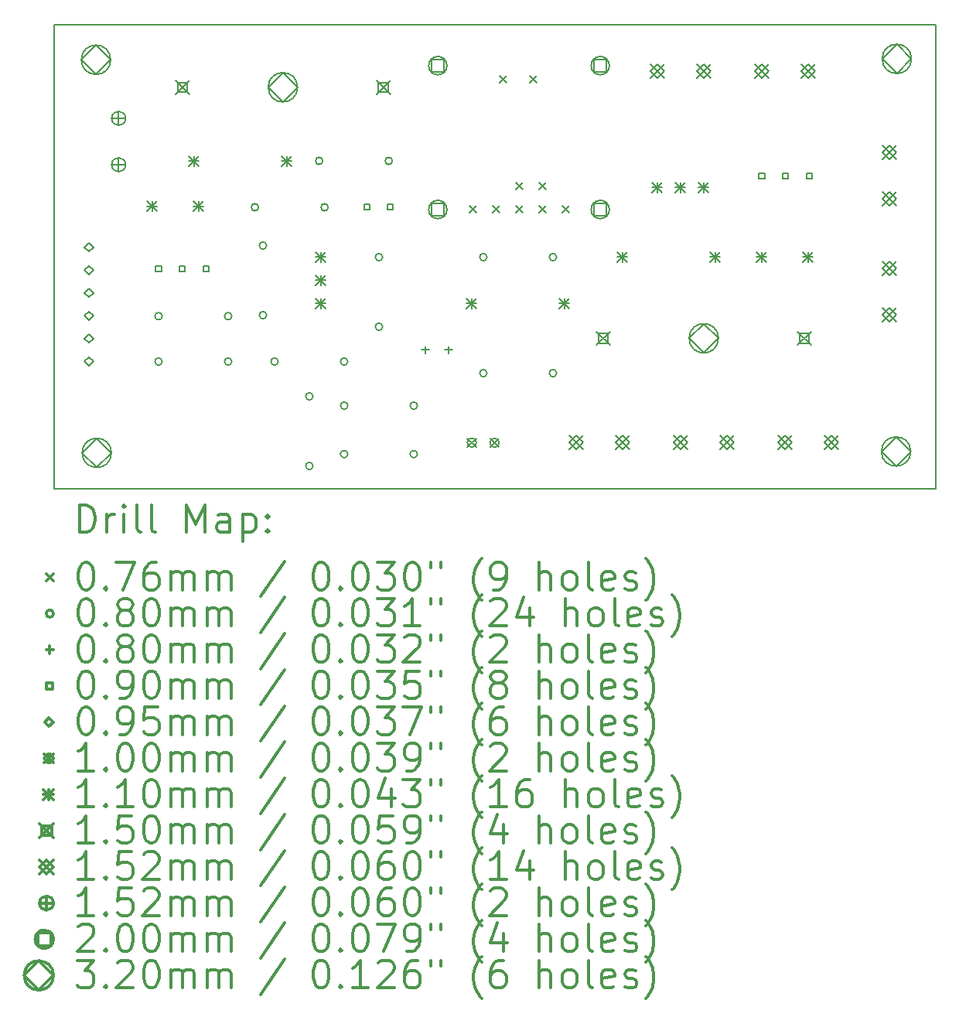
<source format=gbr>
%FSLAX45Y45*%
G04 Gerber Fmt 4.5, Leading zero omitted, Abs format (unit mm)*
G04 Created by KiCad (PCBNEW (5.1.9)-1) date 2021-05-24 15:17:25*
%MOMM*%
%LPD*%
G01*
G04 APERTURE LIST*
%TA.AperFunction,Profile*%
%ADD10C,0.150000*%
%TD*%
%ADD11C,0.200000*%
%ADD12C,0.300000*%
G04 APERTURE END LIST*
D10*
X16510000Y-10414000D02*
X6858000Y-10414000D01*
X16510000Y-15494000D02*
X16510000Y-10414000D01*
X6858000Y-15494000D02*
X16510000Y-15494000D01*
X6858000Y-10414000D02*
X6858000Y-15494000D01*
D11*
X11400900Y-12394900D02*
X11477100Y-12471100D01*
X11477100Y-12394900D02*
X11400900Y-12471100D01*
X11654900Y-12394900D02*
X11731100Y-12471100D01*
X11731100Y-12394900D02*
X11654900Y-12471100D01*
X11731100Y-10972500D02*
X11807300Y-11048700D01*
X11807300Y-10972500D02*
X11731100Y-11048700D01*
X11908900Y-12140900D02*
X11985100Y-12217100D01*
X11985100Y-12140900D02*
X11908900Y-12217100D01*
X11908900Y-12394900D02*
X11985100Y-12471100D01*
X11985100Y-12394900D02*
X11908900Y-12471100D01*
X12061300Y-10972500D02*
X12137500Y-11048700D01*
X12137500Y-10972500D02*
X12061300Y-11048700D01*
X12162900Y-12140900D02*
X12239100Y-12217100D01*
X12239100Y-12140900D02*
X12162900Y-12217100D01*
X12162900Y-12394900D02*
X12239100Y-12471100D01*
X12239100Y-12394900D02*
X12162900Y-12471100D01*
X12416900Y-12394900D02*
X12493100Y-12471100D01*
X12493100Y-12394900D02*
X12416900Y-12471100D01*
X8041000Y-13600000D02*
G75*
G03*
X8041000Y-13600000I-40000J0D01*
G01*
X8041000Y-14097000D02*
G75*
G03*
X8041000Y-14097000I-40000J0D01*
G01*
X8803000Y-13600000D02*
G75*
G03*
X8803000Y-13600000I-40000J0D01*
G01*
X8803000Y-14097000D02*
G75*
G03*
X8803000Y-14097000I-40000J0D01*
G01*
X9097000Y-12409000D02*
G75*
G03*
X9097000Y-12409000I-40000J0D01*
G01*
X9184000Y-12827000D02*
G75*
G03*
X9184000Y-12827000I-40000J0D01*
G01*
X9184000Y-13589000D02*
G75*
G03*
X9184000Y-13589000I-40000J0D01*
G01*
X9311000Y-14097000D02*
G75*
G03*
X9311000Y-14097000I-40000J0D01*
G01*
X9692000Y-14478000D02*
G75*
G03*
X9692000Y-14478000I-40000J0D01*
G01*
X9692000Y-15240000D02*
G75*
G03*
X9692000Y-15240000I-40000J0D01*
G01*
X9800000Y-11901000D02*
G75*
G03*
X9800000Y-11901000I-40000J0D01*
G01*
X9859000Y-12409000D02*
G75*
G03*
X9859000Y-12409000I-40000J0D01*
G01*
X10073000Y-14097000D02*
G75*
G03*
X10073000Y-14097000I-40000J0D01*
G01*
X10073000Y-14579000D02*
G75*
G03*
X10073000Y-14579000I-40000J0D01*
G01*
X10073000Y-15110000D02*
G75*
G03*
X10073000Y-15110000I-40000J0D01*
G01*
X10454000Y-12954000D02*
G75*
G03*
X10454000Y-12954000I-40000J0D01*
G01*
X10454000Y-13716000D02*
G75*
G03*
X10454000Y-13716000I-40000J0D01*
G01*
X10562000Y-11901000D02*
G75*
G03*
X10562000Y-11901000I-40000J0D01*
G01*
X10835000Y-14579000D02*
G75*
G03*
X10835000Y-14579000I-40000J0D01*
G01*
X10835000Y-15110000D02*
G75*
G03*
X10835000Y-15110000I-40000J0D01*
G01*
X11597000Y-12954000D02*
G75*
G03*
X11597000Y-12954000I-40000J0D01*
G01*
X11597000Y-14224000D02*
G75*
G03*
X11597000Y-14224000I-40000J0D01*
G01*
X12359000Y-12954000D02*
G75*
G03*
X12359000Y-12954000I-40000J0D01*
G01*
X12359000Y-14224000D02*
G75*
G03*
X12359000Y-14224000I-40000J0D01*
G01*
X10922000Y-13929995D02*
X10922000Y-14010005D01*
X10881995Y-13970000D02*
X10962005Y-13970000D01*
X11176000Y-13929995D02*
X11176000Y-14010005D01*
X11135995Y-13970000D02*
X11216005Y-13970000D01*
X8032820Y-13112820D02*
X8032820Y-13049180D01*
X7969180Y-13049180D01*
X7969180Y-13112820D01*
X8032820Y-13112820D01*
X8292820Y-13112820D02*
X8292820Y-13049180D01*
X8229180Y-13049180D01*
X8229180Y-13112820D01*
X8292820Y-13112820D01*
X8552820Y-13112820D02*
X8552820Y-13049180D01*
X8489180Y-13049180D01*
X8489180Y-13112820D01*
X8552820Y-13112820D01*
X10314820Y-12436820D02*
X10314820Y-12373180D01*
X10251180Y-12373180D01*
X10251180Y-12436820D01*
X10314820Y-12436820D01*
X10568820Y-12436820D02*
X10568820Y-12373180D01*
X10505180Y-12373180D01*
X10505180Y-12436820D01*
X10568820Y-12436820D01*
X14636820Y-12096820D02*
X14636820Y-12033180D01*
X14573180Y-12033180D01*
X14573180Y-12096820D01*
X14636820Y-12096820D01*
X14896820Y-12096820D02*
X14896820Y-12033180D01*
X14833180Y-12033180D01*
X14833180Y-12096820D01*
X14896820Y-12096820D01*
X15156820Y-12096820D02*
X15156820Y-12033180D01*
X15093180Y-12033180D01*
X15093180Y-12096820D01*
X15156820Y-12096820D01*
X7239000Y-12894500D02*
X7286500Y-12847000D01*
X7239000Y-12799500D01*
X7191500Y-12847000D01*
X7239000Y-12894500D01*
X7239000Y-13144500D02*
X7286500Y-13097000D01*
X7239000Y-13049500D01*
X7191500Y-13097000D01*
X7239000Y-13144500D01*
X7239000Y-13394500D02*
X7286500Y-13347000D01*
X7239000Y-13299500D01*
X7191500Y-13347000D01*
X7239000Y-13394500D01*
X7239000Y-13644500D02*
X7286500Y-13597000D01*
X7239000Y-13549500D01*
X7191500Y-13597000D01*
X7239000Y-13644500D01*
X7239000Y-13894500D02*
X7286500Y-13847000D01*
X7239000Y-13799500D01*
X7191500Y-13847000D01*
X7239000Y-13894500D01*
X7239000Y-14144500D02*
X7286500Y-14097000D01*
X7239000Y-14049500D01*
X7191500Y-14097000D01*
X7239000Y-14144500D01*
X11380000Y-14936000D02*
X11480000Y-15036000D01*
X11480000Y-14936000D02*
X11380000Y-15036000D01*
X11480000Y-14986000D02*
G75*
G03*
X11480000Y-14986000I-50000J0D01*
G01*
X11630000Y-14936000D02*
X11730000Y-15036000D01*
X11730000Y-14936000D02*
X11630000Y-15036000D01*
X11730000Y-14986000D02*
G75*
G03*
X11730000Y-14986000I-50000J0D01*
G01*
X7878000Y-12342000D02*
X7988000Y-12452000D01*
X7988000Y-12342000D02*
X7878000Y-12452000D01*
X7933000Y-12342000D02*
X7933000Y-12452000D01*
X7878000Y-12397000D02*
X7988000Y-12397000D01*
X8333000Y-11846000D02*
X8443000Y-11956000D01*
X8443000Y-11846000D02*
X8333000Y-11956000D01*
X8388000Y-11846000D02*
X8388000Y-11956000D01*
X8333000Y-11901000D02*
X8443000Y-11901000D01*
X8386000Y-12342000D02*
X8496000Y-12452000D01*
X8496000Y-12342000D02*
X8386000Y-12452000D01*
X8441000Y-12342000D02*
X8441000Y-12452000D01*
X8386000Y-12397000D02*
X8496000Y-12397000D01*
X9349000Y-11846000D02*
X9459000Y-11956000D01*
X9459000Y-11846000D02*
X9349000Y-11956000D01*
X9404000Y-11846000D02*
X9404000Y-11956000D01*
X9349000Y-11901000D02*
X9459000Y-11901000D01*
X9724000Y-12899000D02*
X9834000Y-13009000D01*
X9834000Y-12899000D02*
X9724000Y-13009000D01*
X9779000Y-12899000D02*
X9779000Y-13009000D01*
X9724000Y-12954000D02*
X9834000Y-12954000D01*
X9724000Y-13153000D02*
X9834000Y-13263000D01*
X9834000Y-13153000D02*
X9724000Y-13263000D01*
X9779000Y-13153000D02*
X9779000Y-13263000D01*
X9724000Y-13208000D02*
X9834000Y-13208000D01*
X9724000Y-13407000D02*
X9834000Y-13517000D01*
X9834000Y-13407000D02*
X9724000Y-13517000D01*
X9779000Y-13407000D02*
X9779000Y-13517000D01*
X9724000Y-13462000D02*
X9834000Y-13462000D01*
X11375000Y-13407000D02*
X11485000Y-13517000D01*
X11485000Y-13407000D02*
X11375000Y-13517000D01*
X11430000Y-13407000D02*
X11430000Y-13517000D01*
X11375000Y-13462000D02*
X11485000Y-13462000D01*
X12391000Y-13407000D02*
X12501000Y-13517000D01*
X12501000Y-13407000D02*
X12391000Y-13517000D01*
X12446000Y-13407000D02*
X12446000Y-13517000D01*
X12391000Y-13462000D02*
X12501000Y-13462000D01*
X13026000Y-12899000D02*
X13136000Y-13009000D01*
X13136000Y-12899000D02*
X13026000Y-13009000D01*
X13081000Y-12899000D02*
X13081000Y-13009000D01*
X13026000Y-12954000D02*
X13136000Y-12954000D01*
X13407000Y-12137000D02*
X13517000Y-12247000D01*
X13517000Y-12137000D02*
X13407000Y-12247000D01*
X13462000Y-12137000D02*
X13462000Y-12247000D01*
X13407000Y-12192000D02*
X13517000Y-12192000D01*
X13661000Y-12137000D02*
X13771000Y-12247000D01*
X13771000Y-12137000D02*
X13661000Y-12247000D01*
X13716000Y-12137000D02*
X13716000Y-12247000D01*
X13661000Y-12192000D02*
X13771000Y-12192000D01*
X13915000Y-12137000D02*
X14025000Y-12247000D01*
X14025000Y-12137000D02*
X13915000Y-12247000D01*
X13970000Y-12137000D02*
X13970000Y-12247000D01*
X13915000Y-12192000D02*
X14025000Y-12192000D01*
X14042000Y-12899000D02*
X14152000Y-13009000D01*
X14152000Y-12899000D02*
X14042000Y-13009000D01*
X14097000Y-12899000D02*
X14097000Y-13009000D01*
X14042000Y-12954000D02*
X14152000Y-12954000D01*
X14550000Y-12899000D02*
X14660000Y-13009000D01*
X14660000Y-12899000D02*
X14550000Y-13009000D01*
X14605000Y-12899000D02*
X14605000Y-13009000D01*
X14550000Y-12954000D02*
X14660000Y-12954000D01*
X15058000Y-12899000D02*
X15168000Y-13009000D01*
X15168000Y-12899000D02*
X15058000Y-13009000D01*
X15113000Y-12899000D02*
X15113000Y-13009000D01*
X15058000Y-12954000D02*
X15168000Y-12954000D01*
X8186869Y-11019943D02*
X8336983Y-11170057D01*
X8336983Y-11019943D02*
X8186869Y-11170057D01*
X8315000Y-11148074D02*
X8315000Y-11041926D01*
X8208852Y-11041926D01*
X8208852Y-11148074D01*
X8315000Y-11148074D01*
X10387017Y-11019943D02*
X10537131Y-11170057D01*
X10537131Y-11019943D02*
X10387017Y-11170057D01*
X10515148Y-11148074D02*
X10515148Y-11041926D01*
X10409000Y-11041926D01*
X10409000Y-11148074D01*
X10515148Y-11148074D01*
X12794869Y-13767943D02*
X12944983Y-13918057D01*
X12944983Y-13767943D02*
X12794869Y-13918057D01*
X12923000Y-13896074D02*
X12923000Y-13789926D01*
X12816852Y-13789926D01*
X12816852Y-13896074D01*
X12923000Y-13896074D01*
X14995017Y-13767943D02*
X15145131Y-13918057D01*
X15145131Y-13767943D02*
X14995017Y-13918057D01*
X15123148Y-13896074D02*
X15123148Y-13789926D01*
X15017000Y-13789926D01*
X15017000Y-13896074D01*
X15123148Y-13896074D01*
X12497000Y-14910000D02*
X12649000Y-15062000D01*
X12649000Y-14910000D02*
X12497000Y-15062000D01*
X12573000Y-15062000D02*
X12649000Y-14986000D01*
X12573000Y-14910000D01*
X12497000Y-14986000D01*
X12573000Y-15062000D01*
X13005000Y-14910000D02*
X13157000Y-15062000D01*
X13157000Y-14910000D02*
X13005000Y-15062000D01*
X13081000Y-15062000D02*
X13157000Y-14986000D01*
X13081000Y-14910000D01*
X13005000Y-14986000D01*
X13081000Y-15062000D01*
X13386000Y-10846000D02*
X13538000Y-10998000D01*
X13538000Y-10846000D02*
X13386000Y-10998000D01*
X13462000Y-10998000D02*
X13538000Y-10922000D01*
X13462000Y-10846000D01*
X13386000Y-10922000D01*
X13462000Y-10998000D01*
X13640000Y-14910000D02*
X13792000Y-15062000D01*
X13792000Y-14910000D02*
X13640000Y-15062000D01*
X13716000Y-15062000D02*
X13792000Y-14986000D01*
X13716000Y-14910000D01*
X13640000Y-14986000D01*
X13716000Y-15062000D01*
X13894000Y-10846000D02*
X14046000Y-10998000D01*
X14046000Y-10846000D02*
X13894000Y-10998000D01*
X13970000Y-10998000D02*
X14046000Y-10922000D01*
X13970000Y-10846000D01*
X13894000Y-10922000D01*
X13970000Y-10998000D01*
X14148000Y-14910000D02*
X14300000Y-15062000D01*
X14300000Y-14910000D02*
X14148000Y-15062000D01*
X14224000Y-15062000D02*
X14300000Y-14986000D01*
X14224000Y-14910000D01*
X14148000Y-14986000D01*
X14224000Y-15062000D01*
X14529000Y-10846000D02*
X14681000Y-10998000D01*
X14681000Y-10846000D02*
X14529000Y-10998000D01*
X14605000Y-10998000D02*
X14681000Y-10922000D01*
X14605000Y-10846000D01*
X14529000Y-10922000D01*
X14605000Y-10998000D01*
X14783000Y-14910000D02*
X14935000Y-15062000D01*
X14935000Y-14910000D02*
X14783000Y-15062000D01*
X14859000Y-15062000D02*
X14935000Y-14986000D01*
X14859000Y-14910000D01*
X14783000Y-14986000D01*
X14859000Y-15062000D01*
X15037000Y-10846000D02*
X15189000Y-10998000D01*
X15189000Y-10846000D02*
X15037000Y-10998000D01*
X15113000Y-10998000D02*
X15189000Y-10922000D01*
X15113000Y-10846000D01*
X15037000Y-10922000D01*
X15113000Y-10998000D01*
X15291000Y-14910000D02*
X15443000Y-15062000D01*
X15443000Y-14910000D02*
X15291000Y-15062000D01*
X15367000Y-15062000D02*
X15443000Y-14986000D01*
X15367000Y-14910000D01*
X15291000Y-14986000D01*
X15367000Y-15062000D01*
X15926000Y-11735000D02*
X16078000Y-11887000D01*
X16078000Y-11735000D02*
X15926000Y-11887000D01*
X16002000Y-11887000D02*
X16078000Y-11811000D01*
X16002000Y-11735000D01*
X15926000Y-11811000D01*
X16002000Y-11887000D01*
X15926000Y-12243000D02*
X16078000Y-12395000D01*
X16078000Y-12243000D02*
X15926000Y-12395000D01*
X16002000Y-12395000D02*
X16078000Y-12319000D01*
X16002000Y-12243000D01*
X15926000Y-12319000D01*
X16002000Y-12395000D01*
X15926000Y-13005000D02*
X16078000Y-13157000D01*
X16078000Y-13005000D02*
X15926000Y-13157000D01*
X16002000Y-13157000D02*
X16078000Y-13081000D01*
X16002000Y-13005000D01*
X15926000Y-13081000D01*
X16002000Y-13157000D01*
X15926000Y-13513000D02*
X16078000Y-13665000D01*
X16078000Y-13513000D02*
X15926000Y-13665000D01*
X16002000Y-13665000D02*
X16078000Y-13589000D01*
X16002000Y-13513000D01*
X15926000Y-13589000D01*
X16002000Y-13665000D01*
X7564000Y-11358800D02*
X7564000Y-11511200D01*
X7487800Y-11435000D02*
X7640200Y-11435000D01*
X7640200Y-11435000D02*
G75*
G03*
X7640200Y-11435000I-76200J0D01*
G01*
X7564000Y-11866800D02*
X7564000Y-12019200D01*
X7487800Y-11943000D02*
X7640200Y-11943000D01*
X7640200Y-11943000D02*
G75*
G03*
X7640200Y-11943000I-76200J0D01*
G01*
X11128711Y-10928911D02*
X11128711Y-10787489D01*
X10987289Y-10787489D01*
X10987289Y-10928911D01*
X11128711Y-10928911D01*
X11158000Y-10858200D02*
G75*
G03*
X11158000Y-10858200I-100000J0D01*
G01*
X11128711Y-12503711D02*
X11128711Y-12362289D01*
X10987289Y-12362289D01*
X10987289Y-12503711D01*
X11128711Y-12503711D01*
X11158000Y-12433000D02*
G75*
G03*
X11158000Y-12433000I-100000J0D01*
G01*
X12906711Y-10928911D02*
X12906711Y-10787489D01*
X12765289Y-10787489D01*
X12765289Y-10928911D01*
X12906711Y-10928911D01*
X12936000Y-10858200D02*
G75*
G03*
X12936000Y-10858200I-100000J0D01*
G01*
X12906711Y-12503711D02*
X12906711Y-12362289D01*
X12765289Y-12362289D01*
X12765289Y-12503711D01*
X12906711Y-12503711D01*
X12936000Y-12433000D02*
G75*
G03*
X12936000Y-12433000I-100000J0D01*
G01*
X7316000Y-10954000D02*
X7476000Y-10794000D01*
X7316000Y-10634000D01*
X7156000Y-10794000D01*
X7316000Y-10954000D01*
X7476000Y-10794000D02*
G75*
G03*
X7476000Y-10794000I-160000J0D01*
G01*
X7325000Y-15257000D02*
X7485000Y-15097000D01*
X7325000Y-14937000D01*
X7165000Y-15097000D01*
X7325000Y-15257000D01*
X7485000Y-15097000D02*
G75*
G03*
X7485000Y-15097000I-160000J0D01*
G01*
X9362000Y-11255000D02*
X9522000Y-11095000D01*
X9362000Y-10935000D01*
X9202000Y-11095000D01*
X9362000Y-11255000D01*
X9522000Y-11095000D02*
G75*
G03*
X9522000Y-11095000I-160000J0D01*
G01*
X13970000Y-14003000D02*
X14130000Y-13843000D01*
X13970000Y-13683000D01*
X13810000Y-13843000D01*
X13970000Y-14003000D01*
X14130000Y-13843000D02*
G75*
G03*
X14130000Y-13843000I-160000J0D01*
G01*
X16075000Y-15242000D02*
X16235000Y-15082000D01*
X16075000Y-14922000D01*
X15915000Y-15082000D01*
X16075000Y-15242000D01*
X16235000Y-15082000D02*
G75*
G03*
X16235000Y-15082000I-160000J0D01*
G01*
X16083000Y-10944000D02*
X16243000Y-10784000D01*
X16083000Y-10624000D01*
X15923000Y-10784000D01*
X16083000Y-10944000D01*
X16243000Y-10784000D02*
G75*
G03*
X16243000Y-10784000I-160000J0D01*
G01*
D12*
X7136928Y-15967214D02*
X7136928Y-15667214D01*
X7208357Y-15667214D01*
X7251214Y-15681500D01*
X7279786Y-15710071D01*
X7294071Y-15738643D01*
X7308357Y-15795786D01*
X7308357Y-15838643D01*
X7294071Y-15895786D01*
X7279786Y-15924357D01*
X7251214Y-15952929D01*
X7208357Y-15967214D01*
X7136928Y-15967214D01*
X7436928Y-15967214D02*
X7436928Y-15767214D01*
X7436928Y-15824357D02*
X7451214Y-15795786D01*
X7465500Y-15781500D01*
X7494071Y-15767214D01*
X7522643Y-15767214D01*
X7622643Y-15967214D02*
X7622643Y-15767214D01*
X7622643Y-15667214D02*
X7608357Y-15681500D01*
X7622643Y-15695786D01*
X7636928Y-15681500D01*
X7622643Y-15667214D01*
X7622643Y-15695786D01*
X7808357Y-15967214D02*
X7779786Y-15952929D01*
X7765500Y-15924357D01*
X7765500Y-15667214D01*
X7965500Y-15967214D02*
X7936928Y-15952929D01*
X7922643Y-15924357D01*
X7922643Y-15667214D01*
X8308357Y-15967214D02*
X8308357Y-15667214D01*
X8408357Y-15881500D01*
X8508357Y-15667214D01*
X8508357Y-15967214D01*
X8779786Y-15967214D02*
X8779786Y-15810071D01*
X8765500Y-15781500D01*
X8736928Y-15767214D01*
X8679786Y-15767214D01*
X8651214Y-15781500D01*
X8779786Y-15952929D02*
X8751214Y-15967214D01*
X8679786Y-15967214D01*
X8651214Y-15952929D01*
X8636928Y-15924357D01*
X8636928Y-15895786D01*
X8651214Y-15867214D01*
X8679786Y-15852929D01*
X8751214Y-15852929D01*
X8779786Y-15838643D01*
X8922643Y-15767214D02*
X8922643Y-16067214D01*
X8922643Y-15781500D02*
X8951214Y-15767214D01*
X9008357Y-15767214D01*
X9036928Y-15781500D01*
X9051214Y-15795786D01*
X9065500Y-15824357D01*
X9065500Y-15910071D01*
X9051214Y-15938643D01*
X9036928Y-15952929D01*
X9008357Y-15967214D01*
X8951214Y-15967214D01*
X8922643Y-15952929D01*
X9194071Y-15938643D02*
X9208357Y-15952929D01*
X9194071Y-15967214D01*
X9179786Y-15952929D01*
X9194071Y-15938643D01*
X9194071Y-15967214D01*
X9194071Y-15781500D02*
X9208357Y-15795786D01*
X9194071Y-15810071D01*
X9179786Y-15795786D01*
X9194071Y-15781500D01*
X9194071Y-15810071D01*
X6774300Y-16423400D02*
X6850500Y-16499600D01*
X6850500Y-16423400D02*
X6774300Y-16499600D01*
X7194071Y-16297214D02*
X7222643Y-16297214D01*
X7251214Y-16311500D01*
X7265500Y-16325786D01*
X7279786Y-16354357D01*
X7294071Y-16411500D01*
X7294071Y-16482929D01*
X7279786Y-16540071D01*
X7265500Y-16568643D01*
X7251214Y-16582929D01*
X7222643Y-16597214D01*
X7194071Y-16597214D01*
X7165500Y-16582929D01*
X7151214Y-16568643D01*
X7136928Y-16540071D01*
X7122643Y-16482929D01*
X7122643Y-16411500D01*
X7136928Y-16354357D01*
X7151214Y-16325786D01*
X7165500Y-16311500D01*
X7194071Y-16297214D01*
X7422643Y-16568643D02*
X7436928Y-16582929D01*
X7422643Y-16597214D01*
X7408357Y-16582929D01*
X7422643Y-16568643D01*
X7422643Y-16597214D01*
X7536928Y-16297214D02*
X7736928Y-16297214D01*
X7608357Y-16597214D01*
X7979786Y-16297214D02*
X7922643Y-16297214D01*
X7894071Y-16311500D01*
X7879786Y-16325786D01*
X7851214Y-16368643D01*
X7836928Y-16425786D01*
X7836928Y-16540071D01*
X7851214Y-16568643D01*
X7865500Y-16582929D01*
X7894071Y-16597214D01*
X7951214Y-16597214D01*
X7979786Y-16582929D01*
X7994071Y-16568643D01*
X8008357Y-16540071D01*
X8008357Y-16468643D01*
X7994071Y-16440071D01*
X7979786Y-16425786D01*
X7951214Y-16411500D01*
X7894071Y-16411500D01*
X7865500Y-16425786D01*
X7851214Y-16440071D01*
X7836928Y-16468643D01*
X8136928Y-16597214D02*
X8136928Y-16397214D01*
X8136928Y-16425786D02*
X8151214Y-16411500D01*
X8179786Y-16397214D01*
X8222643Y-16397214D01*
X8251214Y-16411500D01*
X8265500Y-16440071D01*
X8265500Y-16597214D01*
X8265500Y-16440071D02*
X8279786Y-16411500D01*
X8308357Y-16397214D01*
X8351214Y-16397214D01*
X8379786Y-16411500D01*
X8394071Y-16440071D01*
X8394071Y-16597214D01*
X8536928Y-16597214D02*
X8536928Y-16397214D01*
X8536928Y-16425786D02*
X8551214Y-16411500D01*
X8579786Y-16397214D01*
X8622643Y-16397214D01*
X8651214Y-16411500D01*
X8665500Y-16440071D01*
X8665500Y-16597214D01*
X8665500Y-16440071D02*
X8679786Y-16411500D01*
X8708357Y-16397214D01*
X8751214Y-16397214D01*
X8779786Y-16411500D01*
X8794071Y-16440071D01*
X8794071Y-16597214D01*
X9379786Y-16282929D02*
X9122643Y-16668643D01*
X9765500Y-16297214D02*
X9794071Y-16297214D01*
X9822643Y-16311500D01*
X9836928Y-16325786D01*
X9851214Y-16354357D01*
X9865500Y-16411500D01*
X9865500Y-16482929D01*
X9851214Y-16540071D01*
X9836928Y-16568643D01*
X9822643Y-16582929D01*
X9794071Y-16597214D01*
X9765500Y-16597214D01*
X9736928Y-16582929D01*
X9722643Y-16568643D01*
X9708357Y-16540071D01*
X9694071Y-16482929D01*
X9694071Y-16411500D01*
X9708357Y-16354357D01*
X9722643Y-16325786D01*
X9736928Y-16311500D01*
X9765500Y-16297214D01*
X9994071Y-16568643D02*
X10008357Y-16582929D01*
X9994071Y-16597214D01*
X9979786Y-16582929D01*
X9994071Y-16568643D01*
X9994071Y-16597214D01*
X10194071Y-16297214D02*
X10222643Y-16297214D01*
X10251214Y-16311500D01*
X10265500Y-16325786D01*
X10279786Y-16354357D01*
X10294071Y-16411500D01*
X10294071Y-16482929D01*
X10279786Y-16540071D01*
X10265500Y-16568643D01*
X10251214Y-16582929D01*
X10222643Y-16597214D01*
X10194071Y-16597214D01*
X10165500Y-16582929D01*
X10151214Y-16568643D01*
X10136928Y-16540071D01*
X10122643Y-16482929D01*
X10122643Y-16411500D01*
X10136928Y-16354357D01*
X10151214Y-16325786D01*
X10165500Y-16311500D01*
X10194071Y-16297214D01*
X10394071Y-16297214D02*
X10579786Y-16297214D01*
X10479786Y-16411500D01*
X10522643Y-16411500D01*
X10551214Y-16425786D01*
X10565500Y-16440071D01*
X10579786Y-16468643D01*
X10579786Y-16540071D01*
X10565500Y-16568643D01*
X10551214Y-16582929D01*
X10522643Y-16597214D01*
X10436928Y-16597214D01*
X10408357Y-16582929D01*
X10394071Y-16568643D01*
X10765500Y-16297214D02*
X10794071Y-16297214D01*
X10822643Y-16311500D01*
X10836928Y-16325786D01*
X10851214Y-16354357D01*
X10865500Y-16411500D01*
X10865500Y-16482929D01*
X10851214Y-16540071D01*
X10836928Y-16568643D01*
X10822643Y-16582929D01*
X10794071Y-16597214D01*
X10765500Y-16597214D01*
X10736928Y-16582929D01*
X10722643Y-16568643D01*
X10708357Y-16540071D01*
X10694071Y-16482929D01*
X10694071Y-16411500D01*
X10708357Y-16354357D01*
X10722643Y-16325786D01*
X10736928Y-16311500D01*
X10765500Y-16297214D01*
X10979786Y-16297214D02*
X10979786Y-16354357D01*
X11094071Y-16297214D02*
X11094071Y-16354357D01*
X11536928Y-16711500D02*
X11522643Y-16697214D01*
X11494071Y-16654357D01*
X11479786Y-16625786D01*
X11465500Y-16582929D01*
X11451214Y-16511500D01*
X11451214Y-16454357D01*
X11465500Y-16382929D01*
X11479786Y-16340071D01*
X11494071Y-16311500D01*
X11522643Y-16268643D01*
X11536928Y-16254357D01*
X11665500Y-16597214D02*
X11722643Y-16597214D01*
X11751214Y-16582929D01*
X11765500Y-16568643D01*
X11794071Y-16525786D01*
X11808357Y-16468643D01*
X11808357Y-16354357D01*
X11794071Y-16325786D01*
X11779786Y-16311500D01*
X11751214Y-16297214D01*
X11694071Y-16297214D01*
X11665500Y-16311500D01*
X11651214Y-16325786D01*
X11636928Y-16354357D01*
X11636928Y-16425786D01*
X11651214Y-16454357D01*
X11665500Y-16468643D01*
X11694071Y-16482929D01*
X11751214Y-16482929D01*
X11779786Y-16468643D01*
X11794071Y-16454357D01*
X11808357Y-16425786D01*
X12165500Y-16597214D02*
X12165500Y-16297214D01*
X12294071Y-16597214D02*
X12294071Y-16440071D01*
X12279786Y-16411500D01*
X12251214Y-16397214D01*
X12208357Y-16397214D01*
X12179786Y-16411500D01*
X12165500Y-16425786D01*
X12479786Y-16597214D02*
X12451214Y-16582929D01*
X12436928Y-16568643D01*
X12422643Y-16540071D01*
X12422643Y-16454357D01*
X12436928Y-16425786D01*
X12451214Y-16411500D01*
X12479786Y-16397214D01*
X12522643Y-16397214D01*
X12551214Y-16411500D01*
X12565500Y-16425786D01*
X12579786Y-16454357D01*
X12579786Y-16540071D01*
X12565500Y-16568643D01*
X12551214Y-16582929D01*
X12522643Y-16597214D01*
X12479786Y-16597214D01*
X12751214Y-16597214D02*
X12722643Y-16582929D01*
X12708357Y-16554357D01*
X12708357Y-16297214D01*
X12979786Y-16582929D02*
X12951214Y-16597214D01*
X12894071Y-16597214D01*
X12865500Y-16582929D01*
X12851214Y-16554357D01*
X12851214Y-16440071D01*
X12865500Y-16411500D01*
X12894071Y-16397214D01*
X12951214Y-16397214D01*
X12979786Y-16411500D01*
X12994071Y-16440071D01*
X12994071Y-16468643D01*
X12851214Y-16497214D01*
X13108357Y-16582929D02*
X13136928Y-16597214D01*
X13194071Y-16597214D01*
X13222643Y-16582929D01*
X13236928Y-16554357D01*
X13236928Y-16540071D01*
X13222643Y-16511500D01*
X13194071Y-16497214D01*
X13151214Y-16497214D01*
X13122643Y-16482929D01*
X13108357Y-16454357D01*
X13108357Y-16440071D01*
X13122643Y-16411500D01*
X13151214Y-16397214D01*
X13194071Y-16397214D01*
X13222643Y-16411500D01*
X13336928Y-16711500D02*
X13351214Y-16697214D01*
X13379786Y-16654357D01*
X13394071Y-16625786D01*
X13408357Y-16582929D01*
X13422643Y-16511500D01*
X13422643Y-16454357D01*
X13408357Y-16382929D01*
X13394071Y-16340071D01*
X13379786Y-16311500D01*
X13351214Y-16268643D01*
X13336928Y-16254357D01*
X6850500Y-16857500D02*
G75*
G03*
X6850500Y-16857500I-40000J0D01*
G01*
X7194071Y-16693214D02*
X7222643Y-16693214D01*
X7251214Y-16707500D01*
X7265500Y-16721786D01*
X7279786Y-16750357D01*
X7294071Y-16807500D01*
X7294071Y-16878929D01*
X7279786Y-16936072D01*
X7265500Y-16964643D01*
X7251214Y-16978929D01*
X7222643Y-16993214D01*
X7194071Y-16993214D01*
X7165500Y-16978929D01*
X7151214Y-16964643D01*
X7136928Y-16936072D01*
X7122643Y-16878929D01*
X7122643Y-16807500D01*
X7136928Y-16750357D01*
X7151214Y-16721786D01*
X7165500Y-16707500D01*
X7194071Y-16693214D01*
X7422643Y-16964643D02*
X7436928Y-16978929D01*
X7422643Y-16993214D01*
X7408357Y-16978929D01*
X7422643Y-16964643D01*
X7422643Y-16993214D01*
X7608357Y-16821786D02*
X7579786Y-16807500D01*
X7565500Y-16793214D01*
X7551214Y-16764643D01*
X7551214Y-16750357D01*
X7565500Y-16721786D01*
X7579786Y-16707500D01*
X7608357Y-16693214D01*
X7665500Y-16693214D01*
X7694071Y-16707500D01*
X7708357Y-16721786D01*
X7722643Y-16750357D01*
X7722643Y-16764643D01*
X7708357Y-16793214D01*
X7694071Y-16807500D01*
X7665500Y-16821786D01*
X7608357Y-16821786D01*
X7579786Y-16836072D01*
X7565500Y-16850357D01*
X7551214Y-16878929D01*
X7551214Y-16936072D01*
X7565500Y-16964643D01*
X7579786Y-16978929D01*
X7608357Y-16993214D01*
X7665500Y-16993214D01*
X7694071Y-16978929D01*
X7708357Y-16964643D01*
X7722643Y-16936072D01*
X7722643Y-16878929D01*
X7708357Y-16850357D01*
X7694071Y-16836072D01*
X7665500Y-16821786D01*
X7908357Y-16693214D02*
X7936928Y-16693214D01*
X7965500Y-16707500D01*
X7979786Y-16721786D01*
X7994071Y-16750357D01*
X8008357Y-16807500D01*
X8008357Y-16878929D01*
X7994071Y-16936072D01*
X7979786Y-16964643D01*
X7965500Y-16978929D01*
X7936928Y-16993214D01*
X7908357Y-16993214D01*
X7879786Y-16978929D01*
X7865500Y-16964643D01*
X7851214Y-16936072D01*
X7836928Y-16878929D01*
X7836928Y-16807500D01*
X7851214Y-16750357D01*
X7865500Y-16721786D01*
X7879786Y-16707500D01*
X7908357Y-16693214D01*
X8136928Y-16993214D02*
X8136928Y-16793214D01*
X8136928Y-16821786D02*
X8151214Y-16807500D01*
X8179786Y-16793214D01*
X8222643Y-16793214D01*
X8251214Y-16807500D01*
X8265500Y-16836072D01*
X8265500Y-16993214D01*
X8265500Y-16836072D02*
X8279786Y-16807500D01*
X8308357Y-16793214D01*
X8351214Y-16793214D01*
X8379786Y-16807500D01*
X8394071Y-16836072D01*
X8394071Y-16993214D01*
X8536928Y-16993214D02*
X8536928Y-16793214D01*
X8536928Y-16821786D02*
X8551214Y-16807500D01*
X8579786Y-16793214D01*
X8622643Y-16793214D01*
X8651214Y-16807500D01*
X8665500Y-16836072D01*
X8665500Y-16993214D01*
X8665500Y-16836072D02*
X8679786Y-16807500D01*
X8708357Y-16793214D01*
X8751214Y-16793214D01*
X8779786Y-16807500D01*
X8794071Y-16836072D01*
X8794071Y-16993214D01*
X9379786Y-16678929D02*
X9122643Y-17064643D01*
X9765500Y-16693214D02*
X9794071Y-16693214D01*
X9822643Y-16707500D01*
X9836928Y-16721786D01*
X9851214Y-16750357D01*
X9865500Y-16807500D01*
X9865500Y-16878929D01*
X9851214Y-16936072D01*
X9836928Y-16964643D01*
X9822643Y-16978929D01*
X9794071Y-16993214D01*
X9765500Y-16993214D01*
X9736928Y-16978929D01*
X9722643Y-16964643D01*
X9708357Y-16936072D01*
X9694071Y-16878929D01*
X9694071Y-16807500D01*
X9708357Y-16750357D01*
X9722643Y-16721786D01*
X9736928Y-16707500D01*
X9765500Y-16693214D01*
X9994071Y-16964643D02*
X10008357Y-16978929D01*
X9994071Y-16993214D01*
X9979786Y-16978929D01*
X9994071Y-16964643D01*
X9994071Y-16993214D01*
X10194071Y-16693214D02*
X10222643Y-16693214D01*
X10251214Y-16707500D01*
X10265500Y-16721786D01*
X10279786Y-16750357D01*
X10294071Y-16807500D01*
X10294071Y-16878929D01*
X10279786Y-16936072D01*
X10265500Y-16964643D01*
X10251214Y-16978929D01*
X10222643Y-16993214D01*
X10194071Y-16993214D01*
X10165500Y-16978929D01*
X10151214Y-16964643D01*
X10136928Y-16936072D01*
X10122643Y-16878929D01*
X10122643Y-16807500D01*
X10136928Y-16750357D01*
X10151214Y-16721786D01*
X10165500Y-16707500D01*
X10194071Y-16693214D01*
X10394071Y-16693214D02*
X10579786Y-16693214D01*
X10479786Y-16807500D01*
X10522643Y-16807500D01*
X10551214Y-16821786D01*
X10565500Y-16836072D01*
X10579786Y-16864643D01*
X10579786Y-16936072D01*
X10565500Y-16964643D01*
X10551214Y-16978929D01*
X10522643Y-16993214D01*
X10436928Y-16993214D01*
X10408357Y-16978929D01*
X10394071Y-16964643D01*
X10865500Y-16993214D02*
X10694071Y-16993214D01*
X10779786Y-16993214D02*
X10779786Y-16693214D01*
X10751214Y-16736071D01*
X10722643Y-16764643D01*
X10694071Y-16778929D01*
X10979786Y-16693214D02*
X10979786Y-16750357D01*
X11094071Y-16693214D02*
X11094071Y-16750357D01*
X11536928Y-17107500D02*
X11522643Y-17093214D01*
X11494071Y-17050357D01*
X11479786Y-17021786D01*
X11465500Y-16978929D01*
X11451214Y-16907500D01*
X11451214Y-16850357D01*
X11465500Y-16778929D01*
X11479786Y-16736071D01*
X11494071Y-16707500D01*
X11522643Y-16664643D01*
X11536928Y-16650357D01*
X11636928Y-16721786D02*
X11651214Y-16707500D01*
X11679786Y-16693214D01*
X11751214Y-16693214D01*
X11779786Y-16707500D01*
X11794071Y-16721786D01*
X11808357Y-16750357D01*
X11808357Y-16778929D01*
X11794071Y-16821786D01*
X11622643Y-16993214D01*
X11808357Y-16993214D01*
X12065500Y-16793214D02*
X12065500Y-16993214D01*
X11994071Y-16678929D02*
X11922643Y-16893214D01*
X12108357Y-16893214D01*
X12451214Y-16993214D02*
X12451214Y-16693214D01*
X12579786Y-16993214D02*
X12579786Y-16836072D01*
X12565500Y-16807500D01*
X12536928Y-16793214D01*
X12494071Y-16793214D01*
X12465500Y-16807500D01*
X12451214Y-16821786D01*
X12765500Y-16993214D02*
X12736928Y-16978929D01*
X12722643Y-16964643D01*
X12708357Y-16936072D01*
X12708357Y-16850357D01*
X12722643Y-16821786D01*
X12736928Y-16807500D01*
X12765500Y-16793214D01*
X12808357Y-16793214D01*
X12836928Y-16807500D01*
X12851214Y-16821786D01*
X12865500Y-16850357D01*
X12865500Y-16936072D01*
X12851214Y-16964643D01*
X12836928Y-16978929D01*
X12808357Y-16993214D01*
X12765500Y-16993214D01*
X13036928Y-16993214D02*
X13008357Y-16978929D01*
X12994071Y-16950357D01*
X12994071Y-16693214D01*
X13265500Y-16978929D02*
X13236928Y-16993214D01*
X13179786Y-16993214D01*
X13151214Y-16978929D01*
X13136928Y-16950357D01*
X13136928Y-16836072D01*
X13151214Y-16807500D01*
X13179786Y-16793214D01*
X13236928Y-16793214D01*
X13265500Y-16807500D01*
X13279786Y-16836072D01*
X13279786Y-16864643D01*
X13136928Y-16893214D01*
X13394071Y-16978929D02*
X13422643Y-16993214D01*
X13479786Y-16993214D01*
X13508357Y-16978929D01*
X13522643Y-16950357D01*
X13522643Y-16936072D01*
X13508357Y-16907500D01*
X13479786Y-16893214D01*
X13436928Y-16893214D01*
X13408357Y-16878929D01*
X13394071Y-16850357D01*
X13394071Y-16836072D01*
X13408357Y-16807500D01*
X13436928Y-16793214D01*
X13479786Y-16793214D01*
X13508357Y-16807500D01*
X13622643Y-17107500D02*
X13636928Y-17093214D01*
X13665500Y-17050357D01*
X13679786Y-17021786D01*
X13694071Y-16978929D01*
X13708357Y-16907500D01*
X13708357Y-16850357D01*
X13694071Y-16778929D01*
X13679786Y-16736071D01*
X13665500Y-16707500D01*
X13636928Y-16664643D01*
X13622643Y-16650357D01*
X6810495Y-17213495D02*
X6810495Y-17293505D01*
X6770490Y-17253500D02*
X6850500Y-17253500D01*
X7194071Y-17089214D02*
X7222643Y-17089214D01*
X7251214Y-17103500D01*
X7265500Y-17117786D01*
X7279786Y-17146357D01*
X7294071Y-17203500D01*
X7294071Y-17274929D01*
X7279786Y-17332072D01*
X7265500Y-17360643D01*
X7251214Y-17374929D01*
X7222643Y-17389214D01*
X7194071Y-17389214D01*
X7165500Y-17374929D01*
X7151214Y-17360643D01*
X7136928Y-17332072D01*
X7122643Y-17274929D01*
X7122643Y-17203500D01*
X7136928Y-17146357D01*
X7151214Y-17117786D01*
X7165500Y-17103500D01*
X7194071Y-17089214D01*
X7422643Y-17360643D02*
X7436928Y-17374929D01*
X7422643Y-17389214D01*
X7408357Y-17374929D01*
X7422643Y-17360643D01*
X7422643Y-17389214D01*
X7608357Y-17217786D02*
X7579786Y-17203500D01*
X7565500Y-17189214D01*
X7551214Y-17160643D01*
X7551214Y-17146357D01*
X7565500Y-17117786D01*
X7579786Y-17103500D01*
X7608357Y-17089214D01*
X7665500Y-17089214D01*
X7694071Y-17103500D01*
X7708357Y-17117786D01*
X7722643Y-17146357D01*
X7722643Y-17160643D01*
X7708357Y-17189214D01*
X7694071Y-17203500D01*
X7665500Y-17217786D01*
X7608357Y-17217786D01*
X7579786Y-17232072D01*
X7565500Y-17246357D01*
X7551214Y-17274929D01*
X7551214Y-17332072D01*
X7565500Y-17360643D01*
X7579786Y-17374929D01*
X7608357Y-17389214D01*
X7665500Y-17389214D01*
X7694071Y-17374929D01*
X7708357Y-17360643D01*
X7722643Y-17332072D01*
X7722643Y-17274929D01*
X7708357Y-17246357D01*
X7694071Y-17232072D01*
X7665500Y-17217786D01*
X7908357Y-17089214D02*
X7936928Y-17089214D01*
X7965500Y-17103500D01*
X7979786Y-17117786D01*
X7994071Y-17146357D01*
X8008357Y-17203500D01*
X8008357Y-17274929D01*
X7994071Y-17332072D01*
X7979786Y-17360643D01*
X7965500Y-17374929D01*
X7936928Y-17389214D01*
X7908357Y-17389214D01*
X7879786Y-17374929D01*
X7865500Y-17360643D01*
X7851214Y-17332072D01*
X7836928Y-17274929D01*
X7836928Y-17203500D01*
X7851214Y-17146357D01*
X7865500Y-17117786D01*
X7879786Y-17103500D01*
X7908357Y-17089214D01*
X8136928Y-17389214D02*
X8136928Y-17189214D01*
X8136928Y-17217786D02*
X8151214Y-17203500D01*
X8179786Y-17189214D01*
X8222643Y-17189214D01*
X8251214Y-17203500D01*
X8265500Y-17232072D01*
X8265500Y-17389214D01*
X8265500Y-17232072D02*
X8279786Y-17203500D01*
X8308357Y-17189214D01*
X8351214Y-17189214D01*
X8379786Y-17203500D01*
X8394071Y-17232072D01*
X8394071Y-17389214D01*
X8536928Y-17389214D02*
X8536928Y-17189214D01*
X8536928Y-17217786D02*
X8551214Y-17203500D01*
X8579786Y-17189214D01*
X8622643Y-17189214D01*
X8651214Y-17203500D01*
X8665500Y-17232072D01*
X8665500Y-17389214D01*
X8665500Y-17232072D02*
X8679786Y-17203500D01*
X8708357Y-17189214D01*
X8751214Y-17189214D01*
X8779786Y-17203500D01*
X8794071Y-17232072D01*
X8794071Y-17389214D01*
X9379786Y-17074929D02*
X9122643Y-17460643D01*
X9765500Y-17089214D02*
X9794071Y-17089214D01*
X9822643Y-17103500D01*
X9836928Y-17117786D01*
X9851214Y-17146357D01*
X9865500Y-17203500D01*
X9865500Y-17274929D01*
X9851214Y-17332072D01*
X9836928Y-17360643D01*
X9822643Y-17374929D01*
X9794071Y-17389214D01*
X9765500Y-17389214D01*
X9736928Y-17374929D01*
X9722643Y-17360643D01*
X9708357Y-17332072D01*
X9694071Y-17274929D01*
X9694071Y-17203500D01*
X9708357Y-17146357D01*
X9722643Y-17117786D01*
X9736928Y-17103500D01*
X9765500Y-17089214D01*
X9994071Y-17360643D02*
X10008357Y-17374929D01*
X9994071Y-17389214D01*
X9979786Y-17374929D01*
X9994071Y-17360643D01*
X9994071Y-17389214D01*
X10194071Y-17089214D02*
X10222643Y-17089214D01*
X10251214Y-17103500D01*
X10265500Y-17117786D01*
X10279786Y-17146357D01*
X10294071Y-17203500D01*
X10294071Y-17274929D01*
X10279786Y-17332072D01*
X10265500Y-17360643D01*
X10251214Y-17374929D01*
X10222643Y-17389214D01*
X10194071Y-17389214D01*
X10165500Y-17374929D01*
X10151214Y-17360643D01*
X10136928Y-17332072D01*
X10122643Y-17274929D01*
X10122643Y-17203500D01*
X10136928Y-17146357D01*
X10151214Y-17117786D01*
X10165500Y-17103500D01*
X10194071Y-17089214D01*
X10394071Y-17089214D02*
X10579786Y-17089214D01*
X10479786Y-17203500D01*
X10522643Y-17203500D01*
X10551214Y-17217786D01*
X10565500Y-17232072D01*
X10579786Y-17260643D01*
X10579786Y-17332072D01*
X10565500Y-17360643D01*
X10551214Y-17374929D01*
X10522643Y-17389214D01*
X10436928Y-17389214D01*
X10408357Y-17374929D01*
X10394071Y-17360643D01*
X10694071Y-17117786D02*
X10708357Y-17103500D01*
X10736928Y-17089214D01*
X10808357Y-17089214D01*
X10836928Y-17103500D01*
X10851214Y-17117786D01*
X10865500Y-17146357D01*
X10865500Y-17174929D01*
X10851214Y-17217786D01*
X10679786Y-17389214D01*
X10865500Y-17389214D01*
X10979786Y-17089214D02*
X10979786Y-17146357D01*
X11094071Y-17089214D02*
X11094071Y-17146357D01*
X11536928Y-17503500D02*
X11522643Y-17489214D01*
X11494071Y-17446357D01*
X11479786Y-17417786D01*
X11465500Y-17374929D01*
X11451214Y-17303500D01*
X11451214Y-17246357D01*
X11465500Y-17174929D01*
X11479786Y-17132072D01*
X11494071Y-17103500D01*
X11522643Y-17060643D01*
X11536928Y-17046357D01*
X11636928Y-17117786D02*
X11651214Y-17103500D01*
X11679786Y-17089214D01*
X11751214Y-17089214D01*
X11779786Y-17103500D01*
X11794071Y-17117786D01*
X11808357Y-17146357D01*
X11808357Y-17174929D01*
X11794071Y-17217786D01*
X11622643Y-17389214D01*
X11808357Y-17389214D01*
X12165500Y-17389214D02*
X12165500Y-17089214D01*
X12294071Y-17389214D02*
X12294071Y-17232072D01*
X12279786Y-17203500D01*
X12251214Y-17189214D01*
X12208357Y-17189214D01*
X12179786Y-17203500D01*
X12165500Y-17217786D01*
X12479786Y-17389214D02*
X12451214Y-17374929D01*
X12436928Y-17360643D01*
X12422643Y-17332072D01*
X12422643Y-17246357D01*
X12436928Y-17217786D01*
X12451214Y-17203500D01*
X12479786Y-17189214D01*
X12522643Y-17189214D01*
X12551214Y-17203500D01*
X12565500Y-17217786D01*
X12579786Y-17246357D01*
X12579786Y-17332072D01*
X12565500Y-17360643D01*
X12551214Y-17374929D01*
X12522643Y-17389214D01*
X12479786Y-17389214D01*
X12751214Y-17389214D02*
X12722643Y-17374929D01*
X12708357Y-17346357D01*
X12708357Y-17089214D01*
X12979786Y-17374929D02*
X12951214Y-17389214D01*
X12894071Y-17389214D01*
X12865500Y-17374929D01*
X12851214Y-17346357D01*
X12851214Y-17232072D01*
X12865500Y-17203500D01*
X12894071Y-17189214D01*
X12951214Y-17189214D01*
X12979786Y-17203500D01*
X12994071Y-17232072D01*
X12994071Y-17260643D01*
X12851214Y-17289214D01*
X13108357Y-17374929D02*
X13136928Y-17389214D01*
X13194071Y-17389214D01*
X13222643Y-17374929D01*
X13236928Y-17346357D01*
X13236928Y-17332072D01*
X13222643Y-17303500D01*
X13194071Y-17289214D01*
X13151214Y-17289214D01*
X13122643Y-17274929D01*
X13108357Y-17246357D01*
X13108357Y-17232072D01*
X13122643Y-17203500D01*
X13151214Y-17189214D01*
X13194071Y-17189214D01*
X13222643Y-17203500D01*
X13336928Y-17503500D02*
X13351214Y-17489214D01*
X13379786Y-17446357D01*
X13394071Y-17417786D01*
X13408357Y-17374929D01*
X13422643Y-17303500D01*
X13422643Y-17246357D01*
X13408357Y-17174929D01*
X13394071Y-17132072D01*
X13379786Y-17103500D01*
X13351214Y-17060643D01*
X13336928Y-17046357D01*
X6837320Y-17681320D02*
X6837320Y-17617680D01*
X6773680Y-17617680D01*
X6773680Y-17681320D01*
X6837320Y-17681320D01*
X7194071Y-17485214D02*
X7222643Y-17485214D01*
X7251214Y-17499500D01*
X7265500Y-17513786D01*
X7279786Y-17542357D01*
X7294071Y-17599500D01*
X7294071Y-17670929D01*
X7279786Y-17728072D01*
X7265500Y-17756643D01*
X7251214Y-17770929D01*
X7222643Y-17785214D01*
X7194071Y-17785214D01*
X7165500Y-17770929D01*
X7151214Y-17756643D01*
X7136928Y-17728072D01*
X7122643Y-17670929D01*
X7122643Y-17599500D01*
X7136928Y-17542357D01*
X7151214Y-17513786D01*
X7165500Y-17499500D01*
X7194071Y-17485214D01*
X7422643Y-17756643D02*
X7436928Y-17770929D01*
X7422643Y-17785214D01*
X7408357Y-17770929D01*
X7422643Y-17756643D01*
X7422643Y-17785214D01*
X7579786Y-17785214D02*
X7636928Y-17785214D01*
X7665500Y-17770929D01*
X7679786Y-17756643D01*
X7708357Y-17713786D01*
X7722643Y-17656643D01*
X7722643Y-17542357D01*
X7708357Y-17513786D01*
X7694071Y-17499500D01*
X7665500Y-17485214D01*
X7608357Y-17485214D01*
X7579786Y-17499500D01*
X7565500Y-17513786D01*
X7551214Y-17542357D01*
X7551214Y-17613786D01*
X7565500Y-17642357D01*
X7579786Y-17656643D01*
X7608357Y-17670929D01*
X7665500Y-17670929D01*
X7694071Y-17656643D01*
X7708357Y-17642357D01*
X7722643Y-17613786D01*
X7908357Y-17485214D02*
X7936928Y-17485214D01*
X7965500Y-17499500D01*
X7979786Y-17513786D01*
X7994071Y-17542357D01*
X8008357Y-17599500D01*
X8008357Y-17670929D01*
X7994071Y-17728072D01*
X7979786Y-17756643D01*
X7965500Y-17770929D01*
X7936928Y-17785214D01*
X7908357Y-17785214D01*
X7879786Y-17770929D01*
X7865500Y-17756643D01*
X7851214Y-17728072D01*
X7836928Y-17670929D01*
X7836928Y-17599500D01*
X7851214Y-17542357D01*
X7865500Y-17513786D01*
X7879786Y-17499500D01*
X7908357Y-17485214D01*
X8136928Y-17785214D02*
X8136928Y-17585214D01*
X8136928Y-17613786D02*
X8151214Y-17599500D01*
X8179786Y-17585214D01*
X8222643Y-17585214D01*
X8251214Y-17599500D01*
X8265500Y-17628072D01*
X8265500Y-17785214D01*
X8265500Y-17628072D02*
X8279786Y-17599500D01*
X8308357Y-17585214D01*
X8351214Y-17585214D01*
X8379786Y-17599500D01*
X8394071Y-17628072D01*
X8394071Y-17785214D01*
X8536928Y-17785214D02*
X8536928Y-17585214D01*
X8536928Y-17613786D02*
X8551214Y-17599500D01*
X8579786Y-17585214D01*
X8622643Y-17585214D01*
X8651214Y-17599500D01*
X8665500Y-17628072D01*
X8665500Y-17785214D01*
X8665500Y-17628072D02*
X8679786Y-17599500D01*
X8708357Y-17585214D01*
X8751214Y-17585214D01*
X8779786Y-17599500D01*
X8794071Y-17628072D01*
X8794071Y-17785214D01*
X9379786Y-17470929D02*
X9122643Y-17856643D01*
X9765500Y-17485214D02*
X9794071Y-17485214D01*
X9822643Y-17499500D01*
X9836928Y-17513786D01*
X9851214Y-17542357D01*
X9865500Y-17599500D01*
X9865500Y-17670929D01*
X9851214Y-17728072D01*
X9836928Y-17756643D01*
X9822643Y-17770929D01*
X9794071Y-17785214D01*
X9765500Y-17785214D01*
X9736928Y-17770929D01*
X9722643Y-17756643D01*
X9708357Y-17728072D01*
X9694071Y-17670929D01*
X9694071Y-17599500D01*
X9708357Y-17542357D01*
X9722643Y-17513786D01*
X9736928Y-17499500D01*
X9765500Y-17485214D01*
X9994071Y-17756643D02*
X10008357Y-17770929D01*
X9994071Y-17785214D01*
X9979786Y-17770929D01*
X9994071Y-17756643D01*
X9994071Y-17785214D01*
X10194071Y-17485214D02*
X10222643Y-17485214D01*
X10251214Y-17499500D01*
X10265500Y-17513786D01*
X10279786Y-17542357D01*
X10294071Y-17599500D01*
X10294071Y-17670929D01*
X10279786Y-17728072D01*
X10265500Y-17756643D01*
X10251214Y-17770929D01*
X10222643Y-17785214D01*
X10194071Y-17785214D01*
X10165500Y-17770929D01*
X10151214Y-17756643D01*
X10136928Y-17728072D01*
X10122643Y-17670929D01*
X10122643Y-17599500D01*
X10136928Y-17542357D01*
X10151214Y-17513786D01*
X10165500Y-17499500D01*
X10194071Y-17485214D01*
X10394071Y-17485214D02*
X10579786Y-17485214D01*
X10479786Y-17599500D01*
X10522643Y-17599500D01*
X10551214Y-17613786D01*
X10565500Y-17628072D01*
X10579786Y-17656643D01*
X10579786Y-17728072D01*
X10565500Y-17756643D01*
X10551214Y-17770929D01*
X10522643Y-17785214D01*
X10436928Y-17785214D01*
X10408357Y-17770929D01*
X10394071Y-17756643D01*
X10851214Y-17485214D02*
X10708357Y-17485214D01*
X10694071Y-17628072D01*
X10708357Y-17613786D01*
X10736928Y-17599500D01*
X10808357Y-17599500D01*
X10836928Y-17613786D01*
X10851214Y-17628072D01*
X10865500Y-17656643D01*
X10865500Y-17728072D01*
X10851214Y-17756643D01*
X10836928Y-17770929D01*
X10808357Y-17785214D01*
X10736928Y-17785214D01*
X10708357Y-17770929D01*
X10694071Y-17756643D01*
X10979786Y-17485214D02*
X10979786Y-17542357D01*
X11094071Y-17485214D02*
X11094071Y-17542357D01*
X11536928Y-17899500D02*
X11522643Y-17885214D01*
X11494071Y-17842357D01*
X11479786Y-17813786D01*
X11465500Y-17770929D01*
X11451214Y-17699500D01*
X11451214Y-17642357D01*
X11465500Y-17570929D01*
X11479786Y-17528072D01*
X11494071Y-17499500D01*
X11522643Y-17456643D01*
X11536928Y-17442357D01*
X11694071Y-17613786D02*
X11665500Y-17599500D01*
X11651214Y-17585214D01*
X11636928Y-17556643D01*
X11636928Y-17542357D01*
X11651214Y-17513786D01*
X11665500Y-17499500D01*
X11694071Y-17485214D01*
X11751214Y-17485214D01*
X11779786Y-17499500D01*
X11794071Y-17513786D01*
X11808357Y-17542357D01*
X11808357Y-17556643D01*
X11794071Y-17585214D01*
X11779786Y-17599500D01*
X11751214Y-17613786D01*
X11694071Y-17613786D01*
X11665500Y-17628072D01*
X11651214Y-17642357D01*
X11636928Y-17670929D01*
X11636928Y-17728072D01*
X11651214Y-17756643D01*
X11665500Y-17770929D01*
X11694071Y-17785214D01*
X11751214Y-17785214D01*
X11779786Y-17770929D01*
X11794071Y-17756643D01*
X11808357Y-17728072D01*
X11808357Y-17670929D01*
X11794071Y-17642357D01*
X11779786Y-17628072D01*
X11751214Y-17613786D01*
X12165500Y-17785214D02*
X12165500Y-17485214D01*
X12294071Y-17785214D02*
X12294071Y-17628072D01*
X12279786Y-17599500D01*
X12251214Y-17585214D01*
X12208357Y-17585214D01*
X12179786Y-17599500D01*
X12165500Y-17613786D01*
X12479786Y-17785214D02*
X12451214Y-17770929D01*
X12436928Y-17756643D01*
X12422643Y-17728072D01*
X12422643Y-17642357D01*
X12436928Y-17613786D01*
X12451214Y-17599500D01*
X12479786Y-17585214D01*
X12522643Y-17585214D01*
X12551214Y-17599500D01*
X12565500Y-17613786D01*
X12579786Y-17642357D01*
X12579786Y-17728072D01*
X12565500Y-17756643D01*
X12551214Y-17770929D01*
X12522643Y-17785214D01*
X12479786Y-17785214D01*
X12751214Y-17785214D02*
X12722643Y-17770929D01*
X12708357Y-17742357D01*
X12708357Y-17485214D01*
X12979786Y-17770929D02*
X12951214Y-17785214D01*
X12894071Y-17785214D01*
X12865500Y-17770929D01*
X12851214Y-17742357D01*
X12851214Y-17628072D01*
X12865500Y-17599500D01*
X12894071Y-17585214D01*
X12951214Y-17585214D01*
X12979786Y-17599500D01*
X12994071Y-17628072D01*
X12994071Y-17656643D01*
X12851214Y-17685214D01*
X13108357Y-17770929D02*
X13136928Y-17785214D01*
X13194071Y-17785214D01*
X13222643Y-17770929D01*
X13236928Y-17742357D01*
X13236928Y-17728072D01*
X13222643Y-17699500D01*
X13194071Y-17685214D01*
X13151214Y-17685214D01*
X13122643Y-17670929D01*
X13108357Y-17642357D01*
X13108357Y-17628072D01*
X13122643Y-17599500D01*
X13151214Y-17585214D01*
X13194071Y-17585214D01*
X13222643Y-17599500D01*
X13336928Y-17899500D02*
X13351214Y-17885214D01*
X13379786Y-17842357D01*
X13394071Y-17813786D01*
X13408357Y-17770929D01*
X13422643Y-17699500D01*
X13422643Y-17642357D01*
X13408357Y-17570929D01*
X13394071Y-17528072D01*
X13379786Y-17499500D01*
X13351214Y-17456643D01*
X13336928Y-17442357D01*
X6803000Y-18093000D02*
X6850500Y-18045500D01*
X6803000Y-17998000D01*
X6755500Y-18045500D01*
X6803000Y-18093000D01*
X7194071Y-17881214D02*
X7222643Y-17881214D01*
X7251214Y-17895500D01*
X7265500Y-17909786D01*
X7279786Y-17938357D01*
X7294071Y-17995500D01*
X7294071Y-18066929D01*
X7279786Y-18124072D01*
X7265500Y-18152643D01*
X7251214Y-18166929D01*
X7222643Y-18181214D01*
X7194071Y-18181214D01*
X7165500Y-18166929D01*
X7151214Y-18152643D01*
X7136928Y-18124072D01*
X7122643Y-18066929D01*
X7122643Y-17995500D01*
X7136928Y-17938357D01*
X7151214Y-17909786D01*
X7165500Y-17895500D01*
X7194071Y-17881214D01*
X7422643Y-18152643D02*
X7436928Y-18166929D01*
X7422643Y-18181214D01*
X7408357Y-18166929D01*
X7422643Y-18152643D01*
X7422643Y-18181214D01*
X7579786Y-18181214D02*
X7636928Y-18181214D01*
X7665500Y-18166929D01*
X7679786Y-18152643D01*
X7708357Y-18109786D01*
X7722643Y-18052643D01*
X7722643Y-17938357D01*
X7708357Y-17909786D01*
X7694071Y-17895500D01*
X7665500Y-17881214D01*
X7608357Y-17881214D01*
X7579786Y-17895500D01*
X7565500Y-17909786D01*
X7551214Y-17938357D01*
X7551214Y-18009786D01*
X7565500Y-18038357D01*
X7579786Y-18052643D01*
X7608357Y-18066929D01*
X7665500Y-18066929D01*
X7694071Y-18052643D01*
X7708357Y-18038357D01*
X7722643Y-18009786D01*
X7994071Y-17881214D02*
X7851214Y-17881214D01*
X7836928Y-18024072D01*
X7851214Y-18009786D01*
X7879786Y-17995500D01*
X7951214Y-17995500D01*
X7979786Y-18009786D01*
X7994071Y-18024072D01*
X8008357Y-18052643D01*
X8008357Y-18124072D01*
X7994071Y-18152643D01*
X7979786Y-18166929D01*
X7951214Y-18181214D01*
X7879786Y-18181214D01*
X7851214Y-18166929D01*
X7836928Y-18152643D01*
X8136928Y-18181214D02*
X8136928Y-17981214D01*
X8136928Y-18009786D02*
X8151214Y-17995500D01*
X8179786Y-17981214D01*
X8222643Y-17981214D01*
X8251214Y-17995500D01*
X8265500Y-18024072D01*
X8265500Y-18181214D01*
X8265500Y-18024072D02*
X8279786Y-17995500D01*
X8308357Y-17981214D01*
X8351214Y-17981214D01*
X8379786Y-17995500D01*
X8394071Y-18024072D01*
X8394071Y-18181214D01*
X8536928Y-18181214D02*
X8536928Y-17981214D01*
X8536928Y-18009786D02*
X8551214Y-17995500D01*
X8579786Y-17981214D01*
X8622643Y-17981214D01*
X8651214Y-17995500D01*
X8665500Y-18024072D01*
X8665500Y-18181214D01*
X8665500Y-18024072D02*
X8679786Y-17995500D01*
X8708357Y-17981214D01*
X8751214Y-17981214D01*
X8779786Y-17995500D01*
X8794071Y-18024072D01*
X8794071Y-18181214D01*
X9379786Y-17866929D02*
X9122643Y-18252643D01*
X9765500Y-17881214D02*
X9794071Y-17881214D01*
X9822643Y-17895500D01*
X9836928Y-17909786D01*
X9851214Y-17938357D01*
X9865500Y-17995500D01*
X9865500Y-18066929D01*
X9851214Y-18124072D01*
X9836928Y-18152643D01*
X9822643Y-18166929D01*
X9794071Y-18181214D01*
X9765500Y-18181214D01*
X9736928Y-18166929D01*
X9722643Y-18152643D01*
X9708357Y-18124072D01*
X9694071Y-18066929D01*
X9694071Y-17995500D01*
X9708357Y-17938357D01*
X9722643Y-17909786D01*
X9736928Y-17895500D01*
X9765500Y-17881214D01*
X9994071Y-18152643D02*
X10008357Y-18166929D01*
X9994071Y-18181214D01*
X9979786Y-18166929D01*
X9994071Y-18152643D01*
X9994071Y-18181214D01*
X10194071Y-17881214D02*
X10222643Y-17881214D01*
X10251214Y-17895500D01*
X10265500Y-17909786D01*
X10279786Y-17938357D01*
X10294071Y-17995500D01*
X10294071Y-18066929D01*
X10279786Y-18124072D01*
X10265500Y-18152643D01*
X10251214Y-18166929D01*
X10222643Y-18181214D01*
X10194071Y-18181214D01*
X10165500Y-18166929D01*
X10151214Y-18152643D01*
X10136928Y-18124072D01*
X10122643Y-18066929D01*
X10122643Y-17995500D01*
X10136928Y-17938357D01*
X10151214Y-17909786D01*
X10165500Y-17895500D01*
X10194071Y-17881214D01*
X10394071Y-17881214D02*
X10579786Y-17881214D01*
X10479786Y-17995500D01*
X10522643Y-17995500D01*
X10551214Y-18009786D01*
X10565500Y-18024072D01*
X10579786Y-18052643D01*
X10579786Y-18124072D01*
X10565500Y-18152643D01*
X10551214Y-18166929D01*
X10522643Y-18181214D01*
X10436928Y-18181214D01*
X10408357Y-18166929D01*
X10394071Y-18152643D01*
X10679786Y-17881214D02*
X10879786Y-17881214D01*
X10751214Y-18181214D01*
X10979786Y-17881214D02*
X10979786Y-17938357D01*
X11094071Y-17881214D02*
X11094071Y-17938357D01*
X11536928Y-18295500D02*
X11522643Y-18281214D01*
X11494071Y-18238357D01*
X11479786Y-18209786D01*
X11465500Y-18166929D01*
X11451214Y-18095500D01*
X11451214Y-18038357D01*
X11465500Y-17966929D01*
X11479786Y-17924072D01*
X11494071Y-17895500D01*
X11522643Y-17852643D01*
X11536928Y-17838357D01*
X11779786Y-17881214D02*
X11722643Y-17881214D01*
X11694071Y-17895500D01*
X11679786Y-17909786D01*
X11651214Y-17952643D01*
X11636928Y-18009786D01*
X11636928Y-18124072D01*
X11651214Y-18152643D01*
X11665500Y-18166929D01*
X11694071Y-18181214D01*
X11751214Y-18181214D01*
X11779786Y-18166929D01*
X11794071Y-18152643D01*
X11808357Y-18124072D01*
X11808357Y-18052643D01*
X11794071Y-18024072D01*
X11779786Y-18009786D01*
X11751214Y-17995500D01*
X11694071Y-17995500D01*
X11665500Y-18009786D01*
X11651214Y-18024072D01*
X11636928Y-18052643D01*
X12165500Y-18181214D02*
X12165500Y-17881214D01*
X12294071Y-18181214D02*
X12294071Y-18024072D01*
X12279786Y-17995500D01*
X12251214Y-17981214D01*
X12208357Y-17981214D01*
X12179786Y-17995500D01*
X12165500Y-18009786D01*
X12479786Y-18181214D02*
X12451214Y-18166929D01*
X12436928Y-18152643D01*
X12422643Y-18124072D01*
X12422643Y-18038357D01*
X12436928Y-18009786D01*
X12451214Y-17995500D01*
X12479786Y-17981214D01*
X12522643Y-17981214D01*
X12551214Y-17995500D01*
X12565500Y-18009786D01*
X12579786Y-18038357D01*
X12579786Y-18124072D01*
X12565500Y-18152643D01*
X12551214Y-18166929D01*
X12522643Y-18181214D01*
X12479786Y-18181214D01*
X12751214Y-18181214D02*
X12722643Y-18166929D01*
X12708357Y-18138357D01*
X12708357Y-17881214D01*
X12979786Y-18166929D02*
X12951214Y-18181214D01*
X12894071Y-18181214D01*
X12865500Y-18166929D01*
X12851214Y-18138357D01*
X12851214Y-18024072D01*
X12865500Y-17995500D01*
X12894071Y-17981214D01*
X12951214Y-17981214D01*
X12979786Y-17995500D01*
X12994071Y-18024072D01*
X12994071Y-18052643D01*
X12851214Y-18081214D01*
X13108357Y-18166929D02*
X13136928Y-18181214D01*
X13194071Y-18181214D01*
X13222643Y-18166929D01*
X13236928Y-18138357D01*
X13236928Y-18124072D01*
X13222643Y-18095500D01*
X13194071Y-18081214D01*
X13151214Y-18081214D01*
X13122643Y-18066929D01*
X13108357Y-18038357D01*
X13108357Y-18024072D01*
X13122643Y-17995500D01*
X13151214Y-17981214D01*
X13194071Y-17981214D01*
X13222643Y-17995500D01*
X13336928Y-18295500D02*
X13351214Y-18281214D01*
X13379786Y-18238357D01*
X13394071Y-18209786D01*
X13408357Y-18166929D01*
X13422643Y-18095500D01*
X13422643Y-18038357D01*
X13408357Y-17966929D01*
X13394071Y-17924072D01*
X13379786Y-17895500D01*
X13351214Y-17852643D01*
X13336928Y-17838357D01*
X6750500Y-18391500D02*
X6850500Y-18491500D01*
X6850500Y-18391500D02*
X6750500Y-18491500D01*
X6850500Y-18441500D02*
G75*
G03*
X6850500Y-18441500I-50000J0D01*
G01*
X7294071Y-18577214D02*
X7122643Y-18577214D01*
X7208357Y-18577214D02*
X7208357Y-18277214D01*
X7179786Y-18320072D01*
X7151214Y-18348643D01*
X7122643Y-18362929D01*
X7422643Y-18548643D02*
X7436928Y-18562929D01*
X7422643Y-18577214D01*
X7408357Y-18562929D01*
X7422643Y-18548643D01*
X7422643Y-18577214D01*
X7622643Y-18277214D02*
X7651214Y-18277214D01*
X7679786Y-18291500D01*
X7694071Y-18305786D01*
X7708357Y-18334357D01*
X7722643Y-18391500D01*
X7722643Y-18462929D01*
X7708357Y-18520072D01*
X7694071Y-18548643D01*
X7679786Y-18562929D01*
X7651214Y-18577214D01*
X7622643Y-18577214D01*
X7594071Y-18562929D01*
X7579786Y-18548643D01*
X7565500Y-18520072D01*
X7551214Y-18462929D01*
X7551214Y-18391500D01*
X7565500Y-18334357D01*
X7579786Y-18305786D01*
X7594071Y-18291500D01*
X7622643Y-18277214D01*
X7908357Y-18277214D02*
X7936928Y-18277214D01*
X7965500Y-18291500D01*
X7979786Y-18305786D01*
X7994071Y-18334357D01*
X8008357Y-18391500D01*
X8008357Y-18462929D01*
X7994071Y-18520072D01*
X7979786Y-18548643D01*
X7965500Y-18562929D01*
X7936928Y-18577214D01*
X7908357Y-18577214D01*
X7879786Y-18562929D01*
X7865500Y-18548643D01*
X7851214Y-18520072D01*
X7836928Y-18462929D01*
X7836928Y-18391500D01*
X7851214Y-18334357D01*
X7865500Y-18305786D01*
X7879786Y-18291500D01*
X7908357Y-18277214D01*
X8136928Y-18577214D02*
X8136928Y-18377214D01*
X8136928Y-18405786D02*
X8151214Y-18391500D01*
X8179786Y-18377214D01*
X8222643Y-18377214D01*
X8251214Y-18391500D01*
X8265500Y-18420072D01*
X8265500Y-18577214D01*
X8265500Y-18420072D02*
X8279786Y-18391500D01*
X8308357Y-18377214D01*
X8351214Y-18377214D01*
X8379786Y-18391500D01*
X8394071Y-18420072D01*
X8394071Y-18577214D01*
X8536928Y-18577214D02*
X8536928Y-18377214D01*
X8536928Y-18405786D02*
X8551214Y-18391500D01*
X8579786Y-18377214D01*
X8622643Y-18377214D01*
X8651214Y-18391500D01*
X8665500Y-18420072D01*
X8665500Y-18577214D01*
X8665500Y-18420072D02*
X8679786Y-18391500D01*
X8708357Y-18377214D01*
X8751214Y-18377214D01*
X8779786Y-18391500D01*
X8794071Y-18420072D01*
X8794071Y-18577214D01*
X9379786Y-18262929D02*
X9122643Y-18648643D01*
X9765500Y-18277214D02*
X9794071Y-18277214D01*
X9822643Y-18291500D01*
X9836928Y-18305786D01*
X9851214Y-18334357D01*
X9865500Y-18391500D01*
X9865500Y-18462929D01*
X9851214Y-18520072D01*
X9836928Y-18548643D01*
X9822643Y-18562929D01*
X9794071Y-18577214D01*
X9765500Y-18577214D01*
X9736928Y-18562929D01*
X9722643Y-18548643D01*
X9708357Y-18520072D01*
X9694071Y-18462929D01*
X9694071Y-18391500D01*
X9708357Y-18334357D01*
X9722643Y-18305786D01*
X9736928Y-18291500D01*
X9765500Y-18277214D01*
X9994071Y-18548643D02*
X10008357Y-18562929D01*
X9994071Y-18577214D01*
X9979786Y-18562929D01*
X9994071Y-18548643D01*
X9994071Y-18577214D01*
X10194071Y-18277214D02*
X10222643Y-18277214D01*
X10251214Y-18291500D01*
X10265500Y-18305786D01*
X10279786Y-18334357D01*
X10294071Y-18391500D01*
X10294071Y-18462929D01*
X10279786Y-18520072D01*
X10265500Y-18548643D01*
X10251214Y-18562929D01*
X10222643Y-18577214D01*
X10194071Y-18577214D01*
X10165500Y-18562929D01*
X10151214Y-18548643D01*
X10136928Y-18520072D01*
X10122643Y-18462929D01*
X10122643Y-18391500D01*
X10136928Y-18334357D01*
X10151214Y-18305786D01*
X10165500Y-18291500D01*
X10194071Y-18277214D01*
X10394071Y-18277214D02*
X10579786Y-18277214D01*
X10479786Y-18391500D01*
X10522643Y-18391500D01*
X10551214Y-18405786D01*
X10565500Y-18420072D01*
X10579786Y-18448643D01*
X10579786Y-18520072D01*
X10565500Y-18548643D01*
X10551214Y-18562929D01*
X10522643Y-18577214D01*
X10436928Y-18577214D01*
X10408357Y-18562929D01*
X10394071Y-18548643D01*
X10722643Y-18577214D02*
X10779786Y-18577214D01*
X10808357Y-18562929D01*
X10822643Y-18548643D01*
X10851214Y-18505786D01*
X10865500Y-18448643D01*
X10865500Y-18334357D01*
X10851214Y-18305786D01*
X10836928Y-18291500D01*
X10808357Y-18277214D01*
X10751214Y-18277214D01*
X10722643Y-18291500D01*
X10708357Y-18305786D01*
X10694071Y-18334357D01*
X10694071Y-18405786D01*
X10708357Y-18434357D01*
X10722643Y-18448643D01*
X10751214Y-18462929D01*
X10808357Y-18462929D01*
X10836928Y-18448643D01*
X10851214Y-18434357D01*
X10865500Y-18405786D01*
X10979786Y-18277214D02*
X10979786Y-18334357D01*
X11094071Y-18277214D02*
X11094071Y-18334357D01*
X11536928Y-18691500D02*
X11522643Y-18677214D01*
X11494071Y-18634357D01*
X11479786Y-18605786D01*
X11465500Y-18562929D01*
X11451214Y-18491500D01*
X11451214Y-18434357D01*
X11465500Y-18362929D01*
X11479786Y-18320072D01*
X11494071Y-18291500D01*
X11522643Y-18248643D01*
X11536928Y-18234357D01*
X11636928Y-18305786D02*
X11651214Y-18291500D01*
X11679786Y-18277214D01*
X11751214Y-18277214D01*
X11779786Y-18291500D01*
X11794071Y-18305786D01*
X11808357Y-18334357D01*
X11808357Y-18362929D01*
X11794071Y-18405786D01*
X11622643Y-18577214D01*
X11808357Y-18577214D01*
X12165500Y-18577214D02*
X12165500Y-18277214D01*
X12294071Y-18577214D02*
X12294071Y-18420072D01*
X12279786Y-18391500D01*
X12251214Y-18377214D01*
X12208357Y-18377214D01*
X12179786Y-18391500D01*
X12165500Y-18405786D01*
X12479786Y-18577214D02*
X12451214Y-18562929D01*
X12436928Y-18548643D01*
X12422643Y-18520072D01*
X12422643Y-18434357D01*
X12436928Y-18405786D01*
X12451214Y-18391500D01*
X12479786Y-18377214D01*
X12522643Y-18377214D01*
X12551214Y-18391500D01*
X12565500Y-18405786D01*
X12579786Y-18434357D01*
X12579786Y-18520072D01*
X12565500Y-18548643D01*
X12551214Y-18562929D01*
X12522643Y-18577214D01*
X12479786Y-18577214D01*
X12751214Y-18577214D02*
X12722643Y-18562929D01*
X12708357Y-18534357D01*
X12708357Y-18277214D01*
X12979786Y-18562929D02*
X12951214Y-18577214D01*
X12894071Y-18577214D01*
X12865500Y-18562929D01*
X12851214Y-18534357D01*
X12851214Y-18420072D01*
X12865500Y-18391500D01*
X12894071Y-18377214D01*
X12951214Y-18377214D01*
X12979786Y-18391500D01*
X12994071Y-18420072D01*
X12994071Y-18448643D01*
X12851214Y-18477214D01*
X13108357Y-18562929D02*
X13136928Y-18577214D01*
X13194071Y-18577214D01*
X13222643Y-18562929D01*
X13236928Y-18534357D01*
X13236928Y-18520072D01*
X13222643Y-18491500D01*
X13194071Y-18477214D01*
X13151214Y-18477214D01*
X13122643Y-18462929D01*
X13108357Y-18434357D01*
X13108357Y-18420072D01*
X13122643Y-18391500D01*
X13151214Y-18377214D01*
X13194071Y-18377214D01*
X13222643Y-18391500D01*
X13336928Y-18691500D02*
X13351214Y-18677214D01*
X13379786Y-18634357D01*
X13394071Y-18605786D01*
X13408357Y-18562929D01*
X13422643Y-18491500D01*
X13422643Y-18434357D01*
X13408357Y-18362929D01*
X13394071Y-18320072D01*
X13379786Y-18291500D01*
X13351214Y-18248643D01*
X13336928Y-18234357D01*
X6740500Y-18782500D02*
X6850500Y-18892500D01*
X6850500Y-18782500D02*
X6740500Y-18892500D01*
X6795500Y-18782500D02*
X6795500Y-18892500D01*
X6740500Y-18837500D02*
X6850500Y-18837500D01*
X7294071Y-18973214D02*
X7122643Y-18973214D01*
X7208357Y-18973214D02*
X7208357Y-18673214D01*
X7179786Y-18716072D01*
X7151214Y-18744643D01*
X7122643Y-18758929D01*
X7422643Y-18944643D02*
X7436928Y-18958929D01*
X7422643Y-18973214D01*
X7408357Y-18958929D01*
X7422643Y-18944643D01*
X7422643Y-18973214D01*
X7722643Y-18973214D02*
X7551214Y-18973214D01*
X7636928Y-18973214D02*
X7636928Y-18673214D01*
X7608357Y-18716072D01*
X7579786Y-18744643D01*
X7551214Y-18758929D01*
X7908357Y-18673214D02*
X7936928Y-18673214D01*
X7965500Y-18687500D01*
X7979786Y-18701786D01*
X7994071Y-18730357D01*
X8008357Y-18787500D01*
X8008357Y-18858929D01*
X7994071Y-18916072D01*
X7979786Y-18944643D01*
X7965500Y-18958929D01*
X7936928Y-18973214D01*
X7908357Y-18973214D01*
X7879786Y-18958929D01*
X7865500Y-18944643D01*
X7851214Y-18916072D01*
X7836928Y-18858929D01*
X7836928Y-18787500D01*
X7851214Y-18730357D01*
X7865500Y-18701786D01*
X7879786Y-18687500D01*
X7908357Y-18673214D01*
X8136928Y-18973214D02*
X8136928Y-18773214D01*
X8136928Y-18801786D02*
X8151214Y-18787500D01*
X8179786Y-18773214D01*
X8222643Y-18773214D01*
X8251214Y-18787500D01*
X8265500Y-18816072D01*
X8265500Y-18973214D01*
X8265500Y-18816072D02*
X8279786Y-18787500D01*
X8308357Y-18773214D01*
X8351214Y-18773214D01*
X8379786Y-18787500D01*
X8394071Y-18816072D01*
X8394071Y-18973214D01*
X8536928Y-18973214D02*
X8536928Y-18773214D01*
X8536928Y-18801786D02*
X8551214Y-18787500D01*
X8579786Y-18773214D01*
X8622643Y-18773214D01*
X8651214Y-18787500D01*
X8665500Y-18816072D01*
X8665500Y-18973214D01*
X8665500Y-18816072D02*
X8679786Y-18787500D01*
X8708357Y-18773214D01*
X8751214Y-18773214D01*
X8779786Y-18787500D01*
X8794071Y-18816072D01*
X8794071Y-18973214D01*
X9379786Y-18658929D02*
X9122643Y-19044643D01*
X9765500Y-18673214D02*
X9794071Y-18673214D01*
X9822643Y-18687500D01*
X9836928Y-18701786D01*
X9851214Y-18730357D01*
X9865500Y-18787500D01*
X9865500Y-18858929D01*
X9851214Y-18916072D01*
X9836928Y-18944643D01*
X9822643Y-18958929D01*
X9794071Y-18973214D01*
X9765500Y-18973214D01*
X9736928Y-18958929D01*
X9722643Y-18944643D01*
X9708357Y-18916072D01*
X9694071Y-18858929D01*
X9694071Y-18787500D01*
X9708357Y-18730357D01*
X9722643Y-18701786D01*
X9736928Y-18687500D01*
X9765500Y-18673214D01*
X9994071Y-18944643D02*
X10008357Y-18958929D01*
X9994071Y-18973214D01*
X9979786Y-18958929D01*
X9994071Y-18944643D01*
X9994071Y-18973214D01*
X10194071Y-18673214D02*
X10222643Y-18673214D01*
X10251214Y-18687500D01*
X10265500Y-18701786D01*
X10279786Y-18730357D01*
X10294071Y-18787500D01*
X10294071Y-18858929D01*
X10279786Y-18916072D01*
X10265500Y-18944643D01*
X10251214Y-18958929D01*
X10222643Y-18973214D01*
X10194071Y-18973214D01*
X10165500Y-18958929D01*
X10151214Y-18944643D01*
X10136928Y-18916072D01*
X10122643Y-18858929D01*
X10122643Y-18787500D01*
X10136928Y-18730357D01*
X10151214Y-18701786D01*
X10165500Y-18687500D01*
X10194071Y-18673214D01*
X10551214Y-18773214D02*
X10551214Y-18973214D01*
X10479786Y-18658929D02*
X10408357Y-18873214D01*
X10594071Y-18873214D01*
X10679786Y-18673214D02*
X10865500Y-18673214D01*
X10765500Y-18787500D01*
X10808357Y-18787500D01*
X10836928Y-18801786D01*
X10851214Y-18816072D01*
X10865500Y-18844643D01*
X10865500Y-18916072D01*
X10851214Y-18944643D01*
X10836928Y-18958929D01*
X10808357Y-18973214D01*
X10722643Y-18973214D01*
X10694071Y-18958929D01*
X10679786Y-18944643D01*
X10979786Y-18673214D02*
X10979786Y-18730357D01*
X11094071Y-18673214D02*
X11094071Y-18730357D01*
X11536928Y-19087500D02*
X11522643Y-19073214D01*
X11494071Y-19030357D01*
X11479786Y-19001786D01*
X11465500Y-18958929D01*
X11451214Y-18887500D01*
X11451214Y-18830357D01*
X11465500Y-18758929D01*
X11479786Y-18716072D01*
X11494071Y-18687500D01*
X11522643Y-18644643D01*
X11536928Y-18630357D01*
X11808357Y-18973214D02*
X11636928Y-18973214D01*
X11722643Y-18973214D02*
X11722643Y-18673214D01*
X11694071Y-18716072D01*
X11665500Y-18744643D01*
X11636928Y-18758929D01*
X12065500Y-18673214D02*
X12008357Y-18673214D01*
X11979786Y-18687500D01*
X11965500Y-18701786D01*
X11936928Y-18744643D01*
X11922643Y-18801786D01*
X11922643Y-18916072D01*
X11936928Y-18944643D01*
X11951214Y-18958929D01*
X11979786Y-18973214D01*
X12036928Y-18973214D01*
X12065500Y-18958929D01*
X12079786Y-18944643D01*
X12094071Y-18916072D01*
X12094071Y-18844643D01*
X12079786Y-18816072D01*
X12065500Y-18801786D01*
X12036928Y-18787500D01*
X11979786Y-18787500D01*
X11951214Y-18801786D01*
X11936928Y-18816072D01*
X11922643Y-18844643D01*
X12451214Y-18973214D02*
X12451214Y-18673214D01*
X12579786Y-18973214D02*
X12579786Y-18816072D01*
X12565500Y-18787500D01*
X12536928Y-18773214D01*
X12494071Y-18773214D01*
X12465500Y-18787500D01*
X12451214Y-18801786D01*
X12765500Y-18973214D02*
X12736928Y-18958929D01*
X12722643Y-18944643D01*
X12708357Y-18916072D01*
X12708357Y-18830357D01*
X12722643Y-18801786D01*
X12736928Y-18787500D01*
X12765500Y-18773214D01*
X12808357Y-18773214D01*
X12836928Y-18787500D01*
X12851214Y-18801786D01*
X12865500Y-18830357D01*
X12865500Y-18916072D01*
X12851214Y-18944643D01*
X12836928Y-18958929D01*
X12808357Y-18973214D01*
X12765500Y-18973214D01*
X13036928Y-18973214D02*
X13008357Y-18958929D01*
X12994071Y-18930357D01*
X12994071Y-18673214D01*
X13265500Y-18958929D02*
X13236928Y-18973214D01*
X13179786Y-18973214D01*
X13151214Y-18958929D01*
X13136928Y-18930357D01*
X13136928Y-18816072D01*
X13151214Y-18787500D01*
X13179786Y-18773214D01*
X13236928Y-18773214D01*
X13265500Y-18787500D01*
X13279786Y-18816072D01*
X13279786Y-18844643D01*
X13136928Y-18873214D01*
X13394071Y-18958929D02*
X13422643Y-18973214D01*
X13479786Y-18973214D01*
X13508357Y-18958929D01*
X13522643Y-18930357D01*
X13522643Y-18916072D01*
X13508357Y-18887500D01*
X13479786Y-18873214D01*
X13436928Y-18873214D01*
X13408357Y-18858929D01*
X13394071Y-18830357D01*
X13394071Y-18816072D01*
X13408357Y-18787500D01*
X13436928Y-18773214D01*
X13479786Y-18773214D01*
X13508357Y-18787500D01*
X13622643Y-19087500D02*
X13636928Y-19073214D01*
X13665500Y-19030357D01*
X13679786Y-19001786D01*
X13694071Y-18958929D01*
X13708357Y-18887500D01*
X13708357Y-18830357D01*
X13694071Y-18758929D01*
X13679786Y-18716072D01*
X13665500Y-18687500D01*
X13636928Y-18644643D01*
X13622643Y-18630357D01*
X6700386Y-19158443D02*
X6850500Y-19308557D01*
X6850500Y-19158443D02*
X6700386Y-19308557D01*
X6828517Y-19286574D02*
X6828517Y-19180426D01*
X6722369Y-19180426D01*
X6722369Y-19286574D01*
X6828517Y-19286574D01*
X7294071Y-19369214D02*
X7122643Y-19369214D01*
X7208357Y-19369214D02*
X7208357Y-19069214D01*
X7179786Y-19112072D01*
X7151214Y-19140643D01*
X7122643Y-19154929D01*
X7422643Y-19340643D02*
X7436928Y-19354929D01*
X7422643Y-19369214D01*
X7408357Y-19354929D01*
X7422643Y-19340643D01*
X7422643Y-19369214D01*
X7708357Y-19069214D02*
X7565500Y-19069214D01*
X7551214Y-19212072D01*
X7565500Y-19197786D01*
X7594071Y-19183500D01*
X7665500Y-19183500D01*
X7694071Y-19197786D01*
X7708357Y-19212072D01*
X7722643Y-19240643D01*
X7722643Y-19312072D01*
X7708357Y-19340643D01*
X7694071Y-19354929D01*
X7665500Y-19369214D01*
X7594071Y-19369214D01*
X7565500Y-19354929D01*
X7551214Y-19340643D01*
X7908357Y-19069214D02*
X7936928Y-19069214D01*
X7965500Y-19083500D01*
X7979786Y-19097786D01*
X7994071Y-19126357D01*
X8008357Y-19183500D01*
X8008357Y-19254929D01*
X7994071Y-19312072D01*
X7979786Y-19340643D01*
X7965500Y-19354929D01*
X7936928Y-19369214D01*
X7908357Y-19369214D01*
X7879786Y-19354929D01*
X7865500Y-19340643D01*
X7851214Y-19312072D01*
X7836928Y-19254929D01*
X7836928Y-19183500D01*
X7851214Y-19126357D01*
X7865500Y-19097786D01*
X7879786Y-19083500D01*
X7908357Y-19069214D01*
X8136928Y-19369214D02*
X8136928Y-19169214D01*
X8136928Y-19197786D02*
X8151214Y-19183500D01*
X8179786Y-19169214D01*
X8222643Y-19169214D01*
X8251214Y-19183500D01*
X8265500Y-19212072D01*
X8265500Y-19369214D01*
X8265500Y-19212072D02*
X8279786Y-19183500D01*
X8308357Y-19169214D01*
X8351214Y-19169214D01*
X8379786Y-19183500D01*
X8394071Y-19212072D01*
X8394071Y-19369214D01*
X8536928Y-19369214D02*
X8536928Y-19169214D01*
X8536928Y-19197786D02*
X8551214Y-19183500D01*
X8579786Y-19169214D01*
X8622643Y-19169214D01*
X8651214Y-19183500D01*
X8665500Y-19212072D01*
X8665500Y-19369214D01*
X8665500Y-19212072D02*
X8679786Y-19183500D01*
X8708357Y-19169214D01*
X8751214Y-19169214D01*
X8779786Y-19183500D01*
X8794071Y-19212072D01*
X8794071Y-19369214D01*
X9379786Y-19054929D02*
X9122643Y-19440643D01*
X9765500Y-19069214D02*
X9794071Y-19069214D01*
X9822643Y-19083500D01*
X9836928Y-19097786D01*
X9851214Y-19126357D01*
X9865500Y-19183500D01*
X9865500Y-19254929D01*
X9851214Y-19312072D01*
X9836928Y-19340643D01*
X9822643Y-19354929D01*
X9794071Y-19369214D01*
X9765500Y-19369214D01*
X9736928Y-19354929D01*
X9722643Y-19340643D01*
X9708357Y-19312072D01*
X9694071Y-19254929D01*
X9694071Y-19183500D01*
X9708357Y-19126357D01*
X9722643Y-19097786D01*
X9736928Y-19083500D01*
X9765500Y-19069214D01*
X9994071Y-19340643D02*
X10008357Y-19354929D01*
X9994071Y-19369214D01*
X9979786Y-19354929D01*
X9994071Y-19340643D01*
X9994071Y-19369214D01*
X10194071Y-19069214D02*
X10222643Y-19069214D01*
X10251214Y-19083500D01*
X10265500Y-19097786D01*
X10279786Y-19126357D01*
X10294071Y-19183500D01*
X10294071Y-19254929D01*
X10279786Y-19312072D01*
X10265500Y-19340643D01*
X10251214Y-19354929D01*
X10222643Y-19369214D01*
X10194071Y-19369214D01*
X10165500Y-19354929D01*
X10151214Y-19340643D01*
X10136928Y-19312072D01*
X10122643Y-19254929D01*
X10122643Y-19183500D01*
X10136928Y-19126357D01*
X10151214Y-19097786D01*
X10165500Y-19083500D01*
X10194071Y-19069214D01*
X10565500Y-19069214D02*
X10422643Y-19069214D01*
X10408357Y-19212072D01*
X10422643Y-19197786D01*
X10451214Y-19183500D01*
X10522643Y-19183500D01*
X10551214Y-19197786D01*
X10565500Y-19212072D01*
X10579786Y-19240643D01*
X10579786Y-19312072D01*
X10565500Y-19340643D01*
X10551214Y-19354929D01*
X10522643Y-19369214D01*
X10451214Y-19369214D01*
X10422643Y-19354929D01*
X10408357Y-19340643D01*
X10722643Y-19369214D02*
X10779786Y-19369214D01*
X10808357Y-19354929D01*
X10822643Y-19340643D01*
X10851214Y-19297786D01*
X10865500Y-19240643D01*
X10865500Y-19126357D01*
X10851214Y-19097786D01*
X10836928Y-19083500D01*
X10808357Y-19069214D01*
X10751214Y-19069214D01*
X10722643Y-19083500D01*
X10708357Y-19097786D01*
X10694071Y-19126357D01*
X10694071Y-19197786D01*
X10708357Y-19226357D01*
X10722643Y-19240643D01*
X10751214Y-19254929D01*
X10808357Y-19254929D01*
X10836928Y-19240643D01*
X10851214Y-19226357D01*
X10865500Y-19197786D01*
X10979786Y-19069214D02*
X10979786Y-19126357D01*
X11094071Y-19069214D02*
X11094071Y-19126357D01*
X11536928Y-19483500D02*
X11522643Y-19469214D01*
X11494071Y-19426357D01*
X11479786Y-19397786D01*
X11465500Y-19354929D01*
X11451214Y-19283500D01*
X11451214Y-19226357D01*
X11465500Y-19154929D01*
X11479786Y-19112072D01*
X11494071Y-19083500D01*
X11522643Y-19040643D01*
X11536928Y-19026357D01*
X11779786Y-19169214D02*
X11779786Y-19369214D01*
X11708357Y-19054929D02*
X11636928Y-19269214D01*
X11822643Y-19269214D01*
X12165500Y-19369214D02*
X12165500Y-19069214D01*
X12294071Y-19369214D02*
X12294071Y-19212072D01*
X12279786Y-19183500D01*
X12251214Y-19169214D01*
X12208357Y-19169214D01*
X12179786Y-19183500D01*
X12165500Y-19197786D01*
X12479786Y-19369214D02*
X12451214Y-19354929D01*
X12436928Y-19340643D01*
X12422643Y-19312072D01*
X12422643Y-19226357D01*
X12436928Y-19197786D01*
X12451214Y-19183500D01*
X12479786Y-19169214D01*
X12522643Y-19169214D01*
X12551214Y-19183500D01*
X12565500Y-19197786D01*
X12579786Y-19226357D01*
X12579786Y-19312072D01*
X12565500Y-19340643D01*
X12551214Y-19354929D01*
X12522643Y-19369214D01*
X12479786Y-19369214D01*
X12751214Y-19369214D02*
X12722643Y-19354929D01*
X12708357Y-19326357D01*
X12708357Y-19069214D01*
X12979786Y-19354929D02*
X12951214Y-19369214D01*
X12894071Y-19369214D01*
X12865500Y-19354929D01*
X12851214Y-19326357D01*
X12851214Y-19212072D01*
X12865500Y-19183500D01*
X12894071Y-19169214D01*
X12951214Y-19169214D01*
X12979786Y-19183500D01*
X12994071Y-19212072D01*
X12994071Y-19240643D01*
X12851214Y-19269214D01*
X13108357Y-19354929D02*
X13136928Y-19369214D01*
X13194071Y-19369214D01*
X13222643Y-19354929D01*
X13236928Y-19326357D01*
X13236928Y-19312072D01*
X13222643Y-19283500D01*
X13194071Y-19269214D01*
X13151214Y-19269214D01*
X13122643Y-19254929D01*
X13108357Y-19226357D01*
X13108357Y-19212072D01*
X13122643Y-19183500D01*
X13151214Y-19169214D01*
X13194071Y-19169214D01*
X13222643Y-19183500D01*
X13336928Y-19483500D02*
X13351214Y-19469214D01*
X13379786Y-19426357D01*
X13394071Y-19397786D01*
X13408357Y-19354929D01*
X13422643Y-19283500D01*
X13422643Y-19226357D01*
X13408357Y-19154929D01*
X13394071Y-19112072D01*
X13379786Y-19083500D01*
X13351214Y-19040643D01*
X13336928Y-19026357D01*
X6698500Y-19553500D02*
X6850500Y-19705500D01*
X6850500Y-19553500D02*
X6698500Y-19705500D01*
X6774500Y-19705500D02*
X6850500Y-19629500D01*
X6774500Y-19553500D01*
X6698500Y-19629500D01*
X6774500Y-19705500D01*
X7294071Y-19765214D02*
X7122643Y-19765214D01*
X7208357Y-19765214D02*
X7208357Y-19465214D01*
X7179786Y-19508072D01*
X7151214Y-19536643D01*
X7122643Y-19550929D01*
X7422643Y-19736643D02*
X7436928Y-19750929D01*
X7422643Y-19765214D01*
X7408357Y-19750929D01*
X7422643Y-19736643D01*
X7422643Y-19765214D01*
X7708357Y-19465214D02*
X7565500Y-19465214D01*
X7551214Y-19608072D01*
X7565500Y-19593786D01*
X7594071Y-19579500D01*
X7665500Y-19579500D01*
X7694071Y-19593786D01*
X7708357Y-19608072D01*
X7722643Y-19636643D01*
X7722643Y-19708072D01*
X7708357Y-19736643D01*
X7694071Y-19750929D01*
X7665500Y-19765214D01*
X7594071Y-19765214D01*
X7565500Y-19750929D01*
X7551214Y-19736643D01*
X7836928Y-19493786D02*
X7851214Y-19479500D01*
X7879786Y-19465214D01*
X7951214Y-19465214D01*
X7979786Y-19479500D01*
X7994071Y-19493786D01*
X8008357Y-19522357D01*
X8008357Y-19550929D01*
X7994071Y-19593786D01*
X7822643Y-19765214D01*
X8008357Y-19765214D01*
X8136928Y-19765214D02*
X8136928Y-19565214D01*
X8136928Y-19593786D02*
X8151214Y-19579500D01*
X8179786Y-19565214D01*
X8222643Y-19565214D01*
X8251214Y-19579500D01*
X8265500Y-19608072D01*
X8265500Y-19765214D01*
X8265500Y-19608072D02*
X8279786Y-19579500D01*
X8308357Y-19565214D01*
X8351214Y-19565214D01*
X8379786Y-19579500D01*
X8394071Y-19608072D01*
X8394071Y-19765214D01*
X8536928Y-19765214D02*
X8536928Y-19565214D01*
X8536928Y-19593786D02*
X8551214Y-19579500D01*
X8579786Y-19565214D01*
X8622643Y-19565214D01*
X8651214Y-19579500D01*
X8665500Y-19608072D01*
X8665500Y-19765214D01*
X8665500Y-19608072D02*
X8679786Y-19579500D01*
X8708357Y-19565214D01*
X8751214Y-19565214D01*
X8779786Y-19579500D01*
X8794071Y-19608072D01*
X8794071Y-19765214D01*
X9379786Y-19450929D02*
X9122643Y-19836643D01*
X9765500Y-19465214D02*
X9794071Y-19465214D01*
X9822643Y-19479500D01*
X9836928Y-19493786D01*
X9851214Y-19522357D01*
X9865500Y-19579500D01*
X9865500Y-19650929D01*
X9851214Y-19708072D01*
X9836928Y-19736643D01*
X9822643Y-19750929D01*
X9794071Y-19765214D01*
X9765500Y-19765214D01*
X9736928Y-19750929D01*
X9722643Y-19736643D01*
X9708357Y-19708072D01*
X9694071Y-19650929D01*
X9694071Y-19579500D01*
X9708357Y-19522357D01*
X9722643Y-19493786D01*
X9736928Y-19479500D01*
X9765500Y-19465214D01*
X9994071Y-19736643D02*
X10008357Y-19750929D01*
X9994071Y-19765214D01*
X9979786Y-19750929D01*
X9994071Y-19736643D01*
X9994071Y-19765214D01*
X10194071Y-19465214D02*
X10222643Y-19465214D01*
X10251214Y-19479500D01*
X10265500Y-19493786D01*
X10279786Y-19522357D01*
X10294071Y-19579500D01*
X10294071Y-19650929D01*
X10279786Y-19708072D01*
X10265500Y-19736643D01*
X10251214Y-19750929D01*
X10222643Y-19765214D01*
X10194071Y-19765214D01*
X10165500Y-19750929D01*
X10151214Y-19736643D01*
X10136928Y-19708072D01*
X10122643Y-19650929D01*
X10122643Y-19579500D01*
X10136928Y-19522357D01*
X10151214Y-19493786D01*
X10165500Y-19479500D01*
X10194071Y-19465214D01*
X10551214Y-19465214D02*
X10494071Y-19465214D01*
X10465500Y-19479500D01*
X10451214Y-19493786D01*
X10422643Y-19536643D01*
X10408357Y-19593786D01*
X10408357Y-19708072D01*
X10422643Y-19736643D01*
X10436928Y-19750929D01*
X10465500Y-19765214D01*
X10522643Y-19765214D01*
X10551214Y-19750929D01*
X10565500Y-19736643D01*
X10579786Y-19708072D01*
X10579786Y-19636643D01*
X10565500Y-19608072D01*
X10551214Y-19593786D01*
X10522643Y-19579500D01*
X10465500Y-19579500D01*
X10436928Y-19593786D01*
X10422643Y-19608072D01*
X10408357Y-19636643D01*
X10765500Y-19465214D02*
X10794071Y-19465214D01*
X10822643Y-19479500D01*
X10836928Y-19493786D01*
X10851214Y-19522357D01*
X10865500Y-19579500D01*
X10865500Y-19650929D01*
X10851214Y-19708072D01*
X10836928Y-19736643D01*
X10822643Y-19750929D01*
X10794071Y-19765214D01*
X10765500Y-19765214D01*
X10736928Y-19750929D01*
X10722643Y-19736643D01*
X10708357Y-19708072D01*
X10694071Y-19650929D01*
X10694071Y-19579500D01*
X10708357Y-19522357D01*
X10722643Y-19493786D01*
X10736928Y-19479500D01*
X10765500Y-19465214D01*
X10979786Y-19465214D02*
X10979786Y-19522357D01*
X11094071Y-19465214D02*
X11094071Y-19522357D01*
X11536928Y-19879500D02*
X11522643Y-19865214D01*
X11494071Y-19822357D01*
X11479786Y-19793786D01*
X11465500Y-19750929D01*
X11451214Y-19679500D01*
X11451214Y-19622357D01*
X11465500Y-19550929D01*
X11479786Y-19508072D01*
X11494071Y-19479500D01*
X11522643Y-19436643D01*
X11536928Y-19422357D01*
X11808357Y-19765214D02*
X11636928Y-19765214D01*
X11722643Y-19765214D02*
X11722643Y-19465214D01*
X11694071Y-19508072D01*
X11665500Y-19536643D01*
X11636928Y-19550929D01*
X12065500Y-19565214D02*
X12065500Y-19765214D01*
X11994071Y-19450929D02*
X11922643Y-19665214D01*
X12108357Y-19665214D01*
X12451214Y-19765214D02*
X12451214Y-19465214D01*
X12579786Y-19765214D02*
X12579786Y-19608072D01*
X12565500Y-19579500D01*
X12536928Y-19565214D01*
X12494071Y-19565214D01*
X12465500Y-19579500D01*
X12451214Y-19593786D01*
X12765500Y-19765214D02*
X12736928Y-19750929D01*
X12722643Y-19736643D01*
X12708357Y-19708072D01*
X12708357Y-19622357D01*
X12722643Y-19593786D01*
X12736928Y-19579500D01*
X12765500Y-19565214D01*
X12808357Y-19565214D01*
X12836928Y-19579500D01*
X12851214Y-19593786D01*
X12865500Y-19622357D01*
X12865500Y-19708072D01*
X12851214Y-19736643D01*
X12836928Y-19750929D01*
X12808357Y-19765214D01*
X12765500Y-19765214D01*
X13036928Y-19765214D02*
X13008357Y-19750929D01*
X12994071Y-19722357D01*
X12994071Y-19465214D01*
X13265500Y-19750929D02*
X13236928Y-19765214D01*
X13179786Y-19765214D01*
X13151214Y-19750929D01*
X13136928Y-19722357D01*
X13136928Y-19608072D01*
X13151214Y-19579500D01*
X13179786Y-19565214D01*
X13236928Y-19565214D01*
X13265500Y-19579500D01*
X13279786Y-19608072D01*
X13279786Y-19636643D01*
X13136928Y-19665214D01*
X13394071Y-19750929D02*
X13422643Y-19765214D01*
X13479786Y-19765214D01*
X13508357Y-19750929D01*
X13522643Y-19722357D01*
X13522643Y-19708072D01*
X13508357Y-19679500D01*
X13479786Y-19665214D01*
X13436928Y-19665214D01*
X13408357Y-19650929D01*
X13394071Y-19622357D01*
X13394071Y-19608072D01*
X13408357Y-19579500D01*
X13436928Y-19565214D01*
X13479786Y-19565214D01*
X13508357Y-19579500D01*
X13622643Y-19879500D02*
X13636928Y-19865214D01*
X13665500Y-19822357D01*
X13679786Y-19793786D01*
X13694071Y-19750929D01*
X13708357Y-19679500D01*
X13708357Y-19622357D01*
X13694071Y-19550929D01*
X13679786Y-19508072D01*
X13665500Y-19479500D01*
X13636928Y-19436643D01*
X13622643Y-19422357D01*
X6774300Y-19949300D02*
X6774300Y-20101700D01*
X6698100Y-20025500D02*
X6850500Y-20025500D01*
X6850500Y-20025500D02*
G75*
G03*
X6850500Y-20025500I-76200J0D01*
G01*
X7294071Y-20161214D02*
X7122643Y-20161214D01*
X7208357Y-20161214D02*
X7208357Y-19861214D01*
X7179786Y-19904072D01*
X7151214Y-19932643D01*
X7122643Y-19946929D01*
X7422643Y-20132643D02*
X7436928Y-20146929D01*
X7422643Y-20161214D01*
X7408357Y-20146929D01*
X7422643Y-20132643D01*
X7422643Y-20161214D01*
X7708357Y-19861214D02*
X7565500Y-19861214D01*
X7551214Y-20004072D01*
X7565500Y-19989786D01*
X7594071Y-19975500D01*
X7665500Y-19975500D01*
X7694071Y-19989786D01*
X7708357Y-20004072D01*
X7722643Y-20032643D01*
X7722643Y-20104072D01*
X7708357Y-20132643D01*
X7694071Y-20146929D01*
X7665500Y-20161214D01*
X7594071Y-20161214D01*
X7565500Y-20146929D01*
X7551214Y-20132643D01*
X7836928Y-19889786D02*
X7851214Y-19875500D01*
X7879786Y-19861214D01*
X7951214Y-19861214D01*
X7979786Y-19875500D01*
X7994071Y-19889786D01*
X8008357Y-19918357D01*
X8008357Y-19946929D01*
X7994071Y-19989786D01*
X7822643Y-20161214D01*
X8008357Y-20161214D01*
X8136928Y-20161214D02*
X8136928Y-19961214D01*
X8136928Y-19989786D02*
X8151214Y-19975500D01*
X8179786Y-19961214D01*
X8222643Y-19961214D01*
X8251214Y-19975500D01*
X8265500Y-20004072D01*
X8265500Y-20161214D01*
X8265500Y-20004072D02*
X8279786Y-19975500D01*
X8308357Y-19961214D01*
X8351214Y-19961214D01*
X8379786Y-19975500D01*
X8394071Y-20004072D01*
X8394071Y-20161214D01*
X8536928Y-20161214D02*
X8536928Y-19961214D01*
X8536928Y-19989786D02*
X8551214Y-19975500D01*
X8579786Y-19961214D01*
X8622643Y-19961214D01*
X8651214Y-19975500D01*
X8665500Y-20004072D01*
X8665500Y-20161214D01*
X8665500Y-20004072D02*
X8679786Y-19975500D01*
X8708357Y-19961214D01*
X8751214Y-19961214D01*
X8779786Y-19975500D01*
X8794071Y-20004072D01*
X8794071Y-20161214D01*
X9379786Y-19846929D02*
X9122643Y-20232643D01*
X9765500Y-19861214D02*
X9794071Y-19861214D01*
X9822643Y-19875500D01*
X9836928Y-19889786D01*
X9851214Y-19918357D01*
X9865500Y-19975500D01*
X9865500Y-20046929D01*
X9851214Y-20104072D01*
X9836928Y-20132643D01*
X9822643Y-20146929D01*
X9794071Y-20161214D01*
X9765500Y-20161214D01*
X9736928Y-20146929D01*
X9722643Y-20132643D01*
X9708357Y-20104072D01*
X9694071Y-20046929D01*
X9694071Y-19975500D01*
X9708357Y-19918357D01*
X9722643Y-19889786D01*
X9736928Y-19875500D01*
X9765500Y-19861214D01*
X9994071Y-20132643D02*
X10008357Y-20146929D01*
X9994071Y-20161214D01*
X9979786Y-20146929D01*
X9994071Y-20132643D01*
X9994071Y-20161214D01*
X10194071Y-19861214D02*
X10222643Y-19861214D01*
X10251214Y-19875500D01*
X10265500Y-19889786D01*
X10279786Y-19918357D01*
X10294071Y-19975500D01*
X10294071Y-20046929D01*
X10279786Y-20104072D01*
X10265500Y-20132643D01*
X10251214Y-20146929D01*
X10222643Y-20161214D01*
X10194071Y-20161214D01*
X10165500Y-20146929D01*
X10151214Y-20132643D01*
X10136928Y-20104072D01*
X10122643Y-20046929D01*
X10122643Y-19975500D01*
X10136928Y-19918357D01*
X10151214Y-19889786D01*
X10165500Y-19875500D01*
X10194071Y-19861214D01*
X10551214Y-19861214D02*
X10494071Y-19861214D01*
X10465500Y-19875500D01*
X10451214Y-19889786D01*
X10422643Y-19932643D01*
X10408357Y-19989786D01*
X10408357Y-20104072D01*
X10422643Y-20132643D01*
X10436928Y-20146929D01*
X10465500Y-20161214D01*
X10522643Y-20161214D01*
X10551214Y-20146929D01*
X10565500Y-20132643D01*
X10579786Y-20104072D01*
X10579786Y-20032643D01*
X10565500Y-20004072D01*
X10551214Y-19989786D01*
X10522643Y-19975500D01*
X10465500Y-19975500D01*
X10436928Y-19989786D01*
X10422643Y-20004072D01*
X10408357Y-20032643D01*
X10765500Y-19861214D02*
X10794071Y-19861214D01*
X10822643Y-19875500D01*
X10836928Y-19889786D01*
X10851214Y-19918357D01*
X10865500Y-19975500D01*
X10865500Y-20046929D01*
X10851214Y-20104072D01*
X10836928Y-20132643D01*
X10822643Y-20146929D01*
X10794071Y-20161214D01*
X10765500Y-20161214D01*
X10736928Y-20146929D01*
X10722643Y-20132643D01*
X10708357Y-20104072D01*
X10694071Y-20046929D01*
X10694071Y-19975500D01*
X10708357Y-19918357D01*
X10722643Y-19889786D01*
X10736928Y-19875500D01*
X10765500Y-19861214D01*
X10979786Y-19861214D02*
X10979786Y-19918357D01*
X11094071Y-19861214D02*
X11094071Y-19918357D01*
X11536928Y-20275500D02*
X11522643Y-20261214D01*
X11494071Y-20218357D01*
X11479786Y-20189786D01*
X11465500Y-20146929D01*
X11451214Y-20075500D01*
X11451214Y-20018357D01*
X11465500Y-19946929D01*
X11479786Y-19904072D01*
X11494071Y-19875500D01*
X11522643Y-19832643D01*
X11536928Y-19818357D01*
X11636928Y-19889786D02*
X11651214Y-19875500D01*
X11679786Y-19861214D01*
X11751214Y-19861214D01*
X11779786Y-19875500D01*
X11794071Y-19889786D01*
X11808357Y-19918357D01*
X11808357Y-19946929D01*
X11794071Y-19989786D01*
X11622643Y-20161214D01*
X11808357Y-20161214D01*
X12165500Y-20161214D02*
X12165500Y-19861214D01*
X12294071Y-20161214D02*
X12294071Y-20004072D01*
X12279786Y-19975500D01*
X12251214Y-19961214D01*
X12208357Y-19961214D01*
X12179786Y-19975500D01*
X12165500Y-19989786D01*
X12479786Y-20161214D02*
X12451214Y-20146929D01*
X12436928Y-20132643D01*
X12422643Y-20104072D01*
X12422643Y-20018357D01*
X12436928Y-19989786D01*
X12451214Y-19975500D01*
X12479786Y-19961214D01*
X12522643Y-19961214D01*
X12551214Y-19975500D01*
X12565500Y-19989786D01*
X12579786Y-20018357D01*
X12579786Y-20104072D01*
X12565500Y-20132643D01*
X12551214Y-20146929D01*
X12522643Y-20161214D01*
X12479786Y-20161214D01*
X12751214Y-20161214D02*
X12722643Y-20146929D01*
X12708357Y-20118357D01*
X12708357Y-19861214D01*
X12979786Y-20146929D02*
X12951214Y-20161214D01*
X12894071Y-20161214D01*
X12865500Y-20146929D01*
X12851214Y-20118357D01*
X12851214Y-20004072D01*
X12865500Y-19975500D01*
X12894071Y-19961214D01*
X12951214Y-19961214D01*
X12979786Y-19975500D01*
X12994071Y-20004072D01*
X12994071Y-20032643D01*
X12851214Y-20061214D01*
X13108357Y-20146929D02*
X13136928Y-20161214D01*
X13194071Y-20161214D01*
X13222643Y-20146929D01*
X13236928Y-20118357D01*
X13236928Y-20104072D01*
X13222643Y-20075500D01*
X13194071Y-20061214D01*
X13151214Y-20061214D01*
X13122643Y-20046929D01*
X13108357Y-20018357D01*
X13108357Y-20004072D01*
X13122643Y-19975500D01*
X13151214Y-19961214D01*
X13194071Y-19961214D01*
X13222643Y-19975500D01*
X13336928Y-20275500D02*
X13351214Y-20261214D01*
X13379786Y-20218357D01*
X13394071Y-20189786D01*
X13408357Y-20146929D01*
X13422643Y-20075500D01*
X13422643Y-20018357D01*
X13408357Y-19946929D01*
X13394071Y-19904072D01*
X13379786Y-19875500D01*
X13351214Y-19832643D01*
X13336928Y-19818357D01*
X6821211Y-20492212D02*
X6821211Y-20350789D01*
X6679788Y-20350789D01*
X6679788Y-20492212D01*
X6821211Y-20492212D01*
X6850500Y-20421500D02*
G75*
G03*
X6850500Y-20421500I-100000J0D01*
G01*
X7122643Y-20285786D02*
X7136928Y-20271500D01*
X7165500Y-20257214D01*
X7236928Y-20257214D01*
X7265500Y-20271500D01*
X7279786Y-20285786D01*
X7294071Y-20314357D01*
X7294071Y-20342929D01*
X7279786Y-20385786D01*
X7108357Y-20557214D01*
X7294071Y-20557214D01*
X7422643Y-20528643D02*
X7436928Y-20542929D01*
X7422643Y-20557214D01*
X7408357Y-20542929D01*
X7422643Y-20528643D01*
X7422643Y-20557214D01*
X7622643Y-20257214D02*
X7651214Y-20257214D01*
X7679786Y-20271500D01*
X7694071Y-20285786D01*
X7708357Y-20314357D01*
X7722643Y-20371500D01*
X7722643Y-20442929D01*
X7708357Y-20500072D01*
X7694071Y-20528643D01*
X7679786Y-20542929D01*
X7651214Y-20557214D01*
X7622643Y-20557214D01*
X7594071Y-20542929D01*
X7579786Y-20528643D01*
X7565500Y-20500072D01*
X7551214Y-20442929D01*
X7551214Y-20371500D01*
X7565500Y-20314357D01*
X7579786Y-20285786D01*
X7594071Y-20271500D01*
X7622643Y-20257214D01*
X7908357Y-20257214D02*
X7936928Y-20257214D01*
X7965500Y-20271500D01*
X7979786Y-20285786D01*
X7994071Y-20314357D01*
X8008357Y-20371500D01*
X8008357Y-20442929D01*
X7994071Y-20500072D01*
X7979786Y-20528643D01*
X7965500Y-20542929D01*
X7936928Y-20557214D01*
X7908357Y-20557214D01*
X7879786Y-20542929D01*
X7865500Y-20528643D01*
X7851214Y-20500072D01*
X7836928Y-20442929D01*
X7836928Y-20371500D01*
X7851214Y-20314357D01*
X7865500Y-20285786D01*
X7879786Y-20271500D01*
X7908357Y-20257214D01*
X8136928Y-20557214D02*
X8136928Y-20357214D01*
X8136928Y-20385786D02*
X8151214Y-20371500D01*
X8179786Y-20357214D01*
X8222643Y-20357214D01*
X8251214Y-20371500D01*
X8265500Y-20400072D01*
X8265500Y-20557214D01*
X8265500Y-20400072D02*
X8279786Y-20371500D01*
X8308357Y-20357214D01*
X8351214Y-20357214D01*
X8379786Y-20371500D01*
X8394071Y-20400072D01*
X8394071Y-20557214D01*
X8536928Y-20557214D02*
X8536928Y-20357214D01*
X8536928Y-20385786D02*
X8551214Y-20371500D01*
X8579786Y-20357214D01*
X8622643Y-20357214D01*
X8651214Y-20371500D01*
X8665500Y-20400072D01*
X8665500Y-20557214D01*
X8665500Y-20400072D02*
X8679786Y-20371500D01*
X8708357Y-20357214D01*
X8751214Y-20357214D01*
X8779786Y-20371500D01*
X8794071Y-20400072D01*
X8794071Y-20557214D01*
X9379786Y-20242929D02*
X9122643Y-20628643D01*
X9765500Y-20257214D02*
X9794071Y-20257214D01*
X9822643Y-20271500D01*
X9836928Y-20285786D01*
X9851214Y-20314357D01*
X9865500Y-20371500D01*
X9865500Y-20442929D01*
X9851214Y-20500072D01*
X9836928Y-20528643D01*
X9822643Y-20542929D01*
X9794071Y-20557214D01*
X9765500Y-20557214D01*
X9736928Y-20542929D01*
X9722643Y-20528643D01*
X9708357Y-20500072D01*
X9694071Y-20442929D01*
X9694071Y-20371500D01*
X9708357Y-20314357D01*
X9722643Y-20285786D01*
X9736928Y-20271500D01*
X9765500Y-20257214D01*
X9994071Y-20528643D02*
X10008357Y-20542929D01*
X9994071Y-20557214D01*
X9979786Y-20542929D01*
X9994071Y-20528643D01*
X9994071Y-20557214D01*
X10194071Y-20257214D02*
X10222643Y-20257214D01*
X10251214Y-20271500D01*
X10265500Y-20285786D01*
X10279786Y-20314357D01*
X10294071Y-20371500D01*
X10294071Y-20442929D01*
X10279786Y-20500072D01*
X10265500Y-20528643D01*
X10251214Y-20542929D01*
X10222643Y-20557214D01*
X10194071Y-20557214D01*
X10165500Y-20542929D01*
X10151214Y-20528643D01*
X10136928Y-20500072D01*
X10122643Y-20442929D01*
X10122643Y-20371500D01*
X10136928Y-20314357D01*
X10151214Y-20285786D01*
X10165500Y-20271500D01*
X10194071Y-20257214D01*
X10394071Y-20257214D02*
X10594071Y-20257214D01*
X10465500Y-20557214D01*
X10722643Y-20557214D02*
X10779786Y-20557214D01*
X10808357Y-20542929D01*
X10822643Y-20528643D01*
X10851214Y-20485786D01*
X10865500Y-20428643D01*
X10865500Y-20314357D01*
X10851214Y-20285786D01*
X10836928Y-20271500D01*
X10808357Y-20257214D01*
X10751214Y-20257214D01*
X10722643Y-20271500D01*
X10708357Y-20285786D01*
X10694071Y-20314357D01*
X10694071Y-20385786D01*
X10708357Y-20414357D01*
X10722643Y-20428643D01*
X10751214Y-20442929D01*
X10808357Y-20442929D01*
X10836928Y-20428643D01*
X10851214Y-20414357D01*
X10865500Y-20385786D01*
X10979786Y-20257214D02*
X10979786Y-20314357D01*
X11094071Y-20257214D02*
X11094071Y-20314357D01*
X11536928Y-20671500D02*
X11522643Y-20657214D01*
X11494071Y-20614357D01*
X11479786Y-20585786D01*
X11465500Y-20542929D01*
X11451214Y-20471500D01*
X11451214Y-20414357D01*
X11465500Y-20342929D01*
X11479786Y-20300072D01*
X11494071Y-20271500D01*
X11522643Y-20228643D01*
X11536928Y-20214357D01*
X11779786Y-20357214D02*
X11779786Y-20557214D01*
X11708357Y-20242929D02*
X11636928Y-20457214D01*
X11822643Y-20457214D01*
X12165500Y-20557214D02*
X12165500Y-20257214D01*
X12294071Y-20557214D02*
X12294071Y-20400072D01*
X12279786Y-20371500D01*
X12251214Y-20357214D01*
X12208357Y-20357214D01*
X12179786Y-20371500D01*
X12165500Y-20385786D01*
X12479786Y-20557214D02*
X12451214Y-20542929D01*
X12436928Y-20528643D01*
X12422643Y-20500072D01*
X12422643Y-20414357D01*
X12436928Y-20385786D01*
X12451214Y-20371500D01*
X12479786Y-20357214D01*
X12522643Y-20357214D01*
X12551214Y-20371500D01*
X12565500Y-20385786D01*
X12579786Y-20414357D01*
X12579786Y-20500072D01*
X12565500Y-20528643D01*
X12551214Y-20542929D01*
X12522643Y-20557214D01*
X12479786Y-20557214D01*
X12751214Y-20557214D02*
X12722643Y-20542929D01*
X12708357Y-20514357D01*
X12708357Y-20257214D01*
X12979786Y-20542929D02*
X12951214Y-20557214D01*
X12894071Y-20557214D01*
X12865500Y-20542929D01*
X12851214Y-20514357D01*
X12851214Y-20400072D01*
X12865500Y-20371500D01*
X12894071Y-20357214D01*
X12951214Y-20357214D01*
X12979786Y-20371500D01*
X12994071Y-20400072D01*
X12994071Y-20428643D01*
X12851214Y-20457214D01*
X13108357Y-20542929D02*
X13136928Y-20557214D01*
X13194071Y-20557214D01*
X13222643Y-20542929D01*
X13236928Y-20514357D01*
X13236928Y-20500072D01*
X13222643Y-20471500D01*
X13194071Y-20457214D01*
X13151214Y-20457214D01*
X13122643Y-20442929D01*
X13108357Y-20414357D01*
X13108357Y-20400072D01*
X13122643Y-20371500D01*
X13151214Y-20357214D01*
X13194071Y-20357214D01*
X13222643Y-20371500D01*
X13336928Y-20671500D02*
X13351214Y-20657214D01*
X13379786Y-20614357D01*
X13394071Y-20585786D01*
X13408357Y-20542929D01*
X13422643Y-20471500D01*
X13422643Y-20414357D01*
X13408357Y-20342929D01*
X13394071Y-20300072D01*
X13379786Y-20271500D01*
X13351214Y-20228643D01*
X13336928Y-20214357D01*
X6690500Y-20977500D02*
X6850500Y-20817500D01*
X6690500Y-20657500D01*
X6530500Y-20817500D01*
X6690500Y-20977500D01*
X6850500Y-20817500D02*
G75*
G03*
X6850500Y-20817500I-160000J0D01*
G01*
X7108357Y-20653214D02*
X7294071Y-20653214D01*
X7194071Y-20767500D01*
X7236928Y-20767500D01*
X7265500Y-20781786D01*
X7279786Y-20796072D01*
X7294071Y-20824643D01*
X7294071Y-20896072D01*
X7279786Y-20924643D01*
X7265500Y-20938929D01*
X7236928Y-20953214D01*
X7151214Y-20953214D01*
X7122643Y-20938929D01*
X7108357Y-20924643D01*
X7422643Y-20924643D02*
X7436928Y-20938929D01*
X7422643Y-20953214D01*
X7408357Y-20938929D01*
X7422643Y-20924643D01*
X7422643Y-20953214D01*
X7551214Y-20681786D02*
X7565500Y-20667500D01*
X7594071Y-20653214D01*
X7665500Y-20653214D01*
X7694071Y-20667500D01*
X7708357Y-20681786D01*
X7722643Y-20710357D01*
X7722643Y-20738929D01*
X7708357Y-20781786D01*
X7536928Y-20953214D01*
X7722643Y-20953214D01*
X7908357Y-20653214D02*
X7936928Y-20653214D01*
X7965500Y-20667500D01*
X7979786Y-20681786D01*
X7994071Y-20710357D01*
X8008357Y-20767500D01*
X8008357Y-20838929D01*
X7994071Y-20896072D01*
X7979786Y-20924643D01*
X7965500Y-20938929D01*
X7936928Y-20953214D01*
X7908357Y-20953214D01*
X7879786Y-20938929D01*
X7865500Y-20924643D01*
X7851214Y-20896072D01*
X7836928Y-20838929D01*
X7836928Y-20767500D01*
X7851214Y-20710357D01*
X7865500Y-20681786D01*
X7879786Y-20667500D01*
X7908357Y-20653214D01*
X8136928Y-20953214D02*
X8136928Y-20753214D01*
X8136928Y-20781786D02*
X8151214Y-20767500D01*
X8179786Y-20753214D01*
X8222643Y-20753214D01*
X8251214Y-20767500D01*
X8265500Y-20796072D01*
X8265500Y-20953214D01*
X8265500Y-20796072D02*
X8279786Y-20767500D01*
X8308357Y-20753214D01*
X8351214Y-20753214D01*
X8379786Y-20767500D01*
X8394071Y-20796072D01*
X8394071Y-20953214D01*
X8536928Y-20953214D02*
X8536928Y-20753214D01*
X8536928Y-20781786D02*
X8551214Y-20767500D01*
X8579786Y-20753214D01*
X8622643Y-20753214D01*
X8651214Y-20767500D01*
X8665500Y-20796072D01*
X8665500Y-20953214D01*
X8665500Y-20796072D02*
X8679786Y-20767500D01*
X8708357Y-20753214D01*
X8751214Y-20753214D01*
X8779786Y-20767500D01*
X8794071Y-20796072D01*
X8794071Y-20953214D01*
X9379786Y-20638929D02*
X9122643Y-21024643D01*
X9765500Y-20653214D02*
X9794071Y-20653214D01*
X9822643Y-20667500D01*
X9836928Y-20681786D01*
X9851214Y-20710357D01*
X9865500Y-20767500D01*
X9865500Y-20838929D01*
X9851214Y-20896072D01*
X9836928Y-20924643D01*
X9822643Y-20938929D01*
X9794071Y-20953214D01*
X9765500Y-20953214D01*
X9736928Y-20938929D01*
X9722643Y-20924643D01*
X9708357Y-20896072D01*
X9694071Y-20838929D01*
X9694071Y-20767500D01*
X9708357Y-20710357D01*
X9722643Y-20681786D01*
X9736928Y-20667500D01*
X9765500Y-20653214D01*
X9994071Y-20924643D02*
X10008357Y-20938929D01*
X9994071Y-20953214D01*
X9979786Y-20938929D01*
X9994071Y-20924643D01*
X9994071Y-20953214D01*
X10294071Y-20953214D02*
X10122643Y-20953214D01*
X10208357Y-20953214D02*
X10208357Y-20653214D01*
X10179786Y-20696072D01*
X10151214Y-20724643D01*
X10122643Y-20738929D01*
X10408357Y-20681786D02*
X10422643Y-20667500D01*
X10451214Y-20653214D01*
X10522643Y-20653214D01*
X10551214Y-20667500D01*
X10565500Y-20681786D01*
X10579786Y-20710357D01*
X10579786Y-20738929D01*
X10565500Y-20781786D01*
X10394071Y-20953214D01*
X10579786Y-20953214D01*
X10836928Y-20653214D02*
X10779786Y-20653214D01*
X10751214Y-20667500D01*
X10736928Y-20681786D01*
X10708357Y-20724643D01*
X10694071Y-20781786D01*
X10694071Y-20896072D01*
X10708357Y-20924643D01*
X10722643Y-20938929D01*
X10751214Y-20953214D01*
X10808357Y-20953214D01*
X10836928Y-20938929D01*
X10851214Y-20924643D01*
X10865500Y-20896072D01*
X10865500Y-20824643D01*
X10851214Y-20796072D01*
X10836928Y-20781786D01*
X10808357Y-20767500D01*
X10751214Y-20767500D01*
X10722643Y-20781786D01*
X10708357Y-20796072D01*
X10694071Y-20824643D01*
X10979786Y-20653214D02*
X10979786Y-20710357D01*
X11094071Y-20653214D02*
X11094071Y-20710357D01*
X11536928Y-21067500D02*
X11522643Y-21053214D01*
X11494071Y-21010357D01*
X11479786Y-20981786D01*
X11465500Y-20938929D01*
X11451214Y-20867500D01*
X11451214Y-20810357D01*
X11465500Y-20738929D01*
X11479786Y-20696072D01*
X11494071Y-20667500D01*
X11522643Y-20624643D01*
X11536928Y-20610357D01*
X11779786Y-20653214D02*
X11722643Y-20653214D01*
X11694071Y-20667500D01*
X11679786Y-20681786D01*
X11651214Y-20724643D01*
X11636928Y-20781786D01*
X11636928Y-20896072D01*
X11651214Y-20924643D01*
X11665500Y-20938929D01*
X11694071Y-20953214D01*
X11751214Y-20953214D01*
X11779786Y-20938929D01*
X11794071Y-20924643D01*
X11808357Y-20896072D01*
X11808357Y-20824643D01*
X11794071Y-20796072D01*
X11779786Y-20781786D01*
X11751214Y-20767500D01*
X11694071Y-20767500D01*
X11665500Y-20781786D01*
X11651214Y-20796072D01*
X11636928Y-20824643D01*
X12165500Y-20953214D02*
X12165500Y-20653214D01*
X12294071Y-20953214D02*
X12294071Y-20796072D01*
X12279786Y-20767500D01*
X12251214Y-20753214D01*
X12208357Y-20753214D01*
X12179786Y-20767500D01*
X12165500Y-20781786D01*
X12479786Y-20953214D02*
X12451214Y-20938929D01*
X12436928Y-20924643D01*
X12422643Y-20896072D01*
X12422643Y-20810357D01*
X12436928Y-20781786D01*
X12451214Y-20767500D01*
X12479786Y-20753214D01*
X12522643Y-20753214D01*
X12551214Y-20767500D01*
X12565500Y-20781786D01*
X12579786Y-20810357D01*
X12579786Y-20896072D01*
X12565500Y-20924643D01*
X12551214Y-20938929D01*
X12522643Y-20953214D01*
X12479786Y-20953214D01*
X12751214Y-20953214D02*
X12722643Y-20938929D01*
X12708357Y-20910357D01*
X12708357Y-20653214D01*
X12979786Y-20938929D02*
X12951214Y-20953214D01*
X12894071Y-20953214D01*
X12865500Y-20938929D01*
X12851214Y-20910357D01*
X12851214Y-20796072D01*
X12865500Y-20767500D01*
X12894071Y-20753214D01*
X12951214Y-20753214D01*
X12979786Y-20767500D01*
X12994071Y-20796072D01*
X12994071Y-20824643D01*
X12851214Y-20853214D01*
X13108357Y-20938929D02*
X13136928Y-20953214D01*
X13194071Y-20953214D01*
X13222643Y-20938929D01*
X13236928Y-20910357D01*
X13236928Y-20896072D01*
X13222643Y-20867500D01*
X13194071Y-20853214D01*
X13151214Y-20853214D01*
X13122643Y-20838929D01*
X13108357Y-20810357D01*
X13108357Y-20796072D01*
X13122643Y-20767500D01*
X13151214Y-20753214D01*
X13194071Y-20753214D01*
X13222643Y-20767500D01*
X13336928Y-21067500D02*
X13351214Y-21053214D01*
X13379786Y-21010357D01*
X13394071Y-20981786D01*
X13408357Y-20938929D01*
X13422643Y-20867500D01*
X13422643Y-20810357D01*
X13408357Y-20738929D01*
X13394071Y-20696072D01*
X13379786Y-20667500D01*
X13351214Y-20624643D01*
X13336928Y-20610357D01*
M02*

</source>
